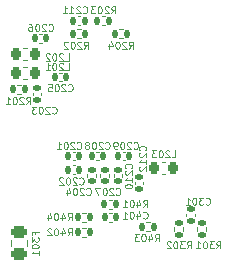
<source format=gbr>
%TF.GenerationSoftware,KiCad,Pcbnew,(7.0.0-rc2-153-g7d6218acb4)*%
%TF.CreationDate,2023-02-19T16:48:29+08:00*%
%TF.ProjectId,RAK3172-M.2-2230-Mod,52414b33-3137-4322-9d4d-2e322d323233,rev?*%
%TF.SameCoordinates,Original*%
%TF.FileFunction,Legend,Bot*%
%TF.FilePolarity,Positive*%
%FSLAX46Y46*%
G04 Gerber Fmt 4.6, Leading zero omitted, Abs format (unit mm)*
G04 Created by KiCad (PCBNEW (7.0.0-rc2-153-g7d6218acb4)) date 2023-02-19 16:48:29*
%MOMM*%
%LPD*%
G01*
G04 APERTURE LIST*
G04 Aperture macros list*
%AMRoundRect*
0 Rectangle with rounded corners*
0 $1 Rounding radius*
0 $2 $3 $4 $5 $6 $7 $8 $9 X,Y pos of 4 corners*
0 Add a 4 corners polygon primitive as box body*
4,1,4,$2,$3,$4,$5,$6,$7,$8,$9,$2,$3,0*
0 Add four circle primitives for the rounded corners*
1,1,$1+$1,$2,$3*
1,1,$1+$1,$4,$5*
1,1,$1+$1,$6,$7*
1,1,$1+$1,$8,$9*
0 Add four rect primitives between the rounded corners*
20,1,$1+$1,$2,$3,$4,$5,0*
20,1,$1+$1,$4,$5,$6,$7,0*
20,1,$1+$1,$6,$7,$8,$9,0*
20,1,$1+$1,$8,$9,$2,$3,0*%
G04 Aperture macros list end*
%ADD10C,0.100000*%
%ADD11C,0.120000*%
%ADD12C,0.990600*%
%ADD13RoundRect,0.243750X0.456250X-0.243750X0.456250X0.243750X-0.456250X0.243750X-0.456250X-0.243750X0*%
%ADD14C,2.600000*%
%ADD15C,3.800000*%
%ADD16RoundRect,0.140000X0.140000X0.170000X-0.140000X0.170000X-0.140000X-0.170000X0.140000X-0.170000X0*%
%ADD17C,0.800000*%
%ADD18RoundRect,0.140000X-0.140000X-0.170000X0.140000X-0.170000X0.140000X0.170000X-0.140000X0.170000X0*%
%ADD19RoundRect,0.135000X-0.185000X0.135000X-0.185000X-0.135000X0.185000X-0.135000X0.185000X0.135000X0*%
%ADD20RoundRect,0.135000X0.135000X0.185000X-0.135000X0.185000X-0.135000X-0.185000X0.135000X-0.185000X0*%
%ADD21RoundRect,0.140000X-0.170000X0.140000X-0.170000X-0.140000X0.170000X-0.140000X0.170000X0.140000X0*%
%ADD22RoundRect,0.218750X0.218750X0.256250X-0.218750X0.256250X-0.218750X-0.256250X0.218750X-0.256250X0*%
%ADD23RoundRect,0.135000X-0.135000X-0.185000X0.135000X-0.185000X0.135000X0.185000X-0.135000X0.185000X0*%
G04 APERTURE END LIST*
D10*
%TO.C,F301*%
X141556142Y-104403571D02*
X141556142Y-104203571D01*
X141870428Y-104203571D02*
X141270428Y-104203571D01*
X141270428Y-104203571D02*
X141270428Y-104489285D01*
X141270428Y-104660714D02*
X141270428Y-105032142D01*
X141270428Y-105032142D02*
X141499000Y-104832142D01*
X141499000Y-104832142D02*
X141499000Y-104917857D01*
X141499000Y-104917857D02*
X141527571Y-104975000D01*
X141527571Y-104975000D02*
X141556142Y-105003571D01*
X141556142Y-105003571D02*
X141613285Y-105032142D01*
X141613285Y-105032142D02*
X141756142Y-105032142D01*
X141756142Y-105032142D02*
X141813285Y-105003571D01*
X141813285Y-105003571D02*
X141841857Y-104975000D01*
X141841857Y-104975000D02*
X141870428Y-104917857D01*
X141870428Y-104917857D02*
X141870428Y-104746428D01*
X141870428Y-104746428D02*
X141841857Y-104689285D01*
X141841857Y-104689285D02*
X141813285Y-104660714D01*
X141270428Y-105403571D02*
X141270428Y-105460714D01*
X141270428Y-105460714D02*
X141299000Y-105517857D01*
X141299000Y-105517857D02*
X141327571Y-105546429D01*
X141327571Y-105546429D02*
X141384714Y-105575000D01*
X141384714Y-105575000D02*
X141499000Y-105603571D01*
X141499000Y-105603571D02*
X141641857Y-105603571D01*
X141641857Y-105603571D02*
X141756142Y-105575000D01*
X141756142Y-105575000D02*
X141813285Y-105546429D01*
X141813285Y-105546429D02*
X141841857Y-105517857D01*
X141841857Y-105517857D02*
X141870428Y-105460714D01*
X141870428Y-105460714D02*
X141870428Y-105403571D01*
X141870428Y-105403571D02*
X141841857Y-105346429D01*
X141841857Y-105346429D02*
X141813285Y-105317857D01*
X141813285Y-105317857D02*
X141756142Y-105289286D01*
X141756142Y-105289286D02*
X141641857Y-105260714D01*
X141641857Y-105260714D02*
X141499000Y-105260714D01*
X141499000Y-105260714D02*
X141384714Y-105289286D01*
X141384714Y-105289286D02*
X141327571Y-105317857D01*
X141327571Y-105317857D02*
X141299000Y-105346429D01*
X141299000Y-105346429D02*
X141270428Y-105403571D01*
X141870428Y-106175000D02*
X141870428Y-105832143D01*
X141870428Y-106003572D02*
X141270428Y-106003572D01*
X141270428Y-106003572D02*
X141356142Y-105946429D01*
X141356142Y-105946429D02*
X141413285Y-105889286D01*
X141413285Y-105889286D02*
X141441857Y-105832143D01*
%TO.C,C202*%
X145321428Y-100138285D02*
X145350000Y-100166857D01*
X145350000Y-100166857D02*
X145435714Y-100195428D01*
X145435714Y-100195428D02*
X145492857Y-100195428D01*
X145492857Y-100195428D02*
X145578571Y-100166857D01*
X145578571Y-100166857D02*
X145635714Y-100109714D01*
X145635714Y-100109714D02*
X145664285Y-100052571D01*
X145664285Y-100052571D02*
X145692857Y-99938285D01*
X145692857Y-99938285D02*
X145692857Y-99852571D01*
X145692857Y-99852571D02*
X145664285Y-99738285D01*
X145664285Y-99738285D02*
X145635714Y-99681142D01*
X145635714Y-99681142D02*
X145578571Y-99624000D01*
X145578571Y-99624000D02*
X145492857Y-99595428D01*
X145492857Y-99595428D02*
X145435714Y-99595428D01*
X145435714Y-99595428D02*
X145350000Y-99624000D01*
X145350000Y-99624000D02*
X145321428Y-99652571D01*
X145092857Y-99652571D02*
X145064285Y-99624000D01*
X145064285Y-99624000D02*
X145007143Y-99595428D01*
X145007143Y-99595428D02*
X144864285Y-99595428D01*
X144864285Y-99595428D02*
X144807143Y-99624000D01*
X144807143Y-99624000D02*
X144778571Y-99652571D01*
X144778571Y-99652571D02*
X144750000Y-99709714D01*
X144750000Y-99709714D02*
X144750000Y-99766857D01*
X144750000Y-99766857D02*
X144778571Y-99852571D01*
X144778571Y-99852571D02*
X145121428Y-100195428D01*
X145121428Y-100195428D02*
X144750000Y-100195428D01*
X144378571Y-99595428D02*
X144321428Y-99595428D01*
X144321428Y-99595428D02*
X144264285Y-99624000D01*
X144264285Y-99624000D02*
X144235714Y-99652571D01*
X144235714Y-99652571D02*
X144207142Y-99709714D01*
X144207142Y-99709714D02*
X144178571Y-99824000D01*
X144178571Y-99824000D02*
X144178571Y-99966857D01*
X144178571Y-99966857D02*
X144207142Y-100081142D01*
X144207142Y-100081142D02*
X144235714Y-100138285D01*
X144235714Y-100138285D02*
X144264285Y-100166857D01*
X144264285Y-100166857D02*
X144321428Y-100195428D01*
X144321428Y-100195428D02*
X144378571Y-100195428D01*
X144378571Y-100195428D02*
X144435714Y-100166857D01*
X144435714Y-100166857D02*
X144464285Y-100138285D01*
X144464285Y-100138285D02*
X144492856Y-100081142D01*
X144492856Y-100081142D02*
X144521428Y-99966857D01*
X144521428Y-99966857D02*
X144521428Y-99824000D01*
X144521428Y-99824000D02*
X144492856Y-99709714D01*
X144492856Y-99709714D02*
X144464285Y-99652571D01*
X144464285Y-99652571D02*
X144435714Y-99624000D01*
X144435714Y-99624000D02*
X144378571Y-99595428D01*
X143949999Y-99652571D02*
X143921427Y-99624000D01*
X143921427Y-99624000D02*
X143864285Y-99595428D01*
X143864285Y-99595428D02*
X143721427Y-99595428D01*
X143721427Y-99595428D02*
X143664285Y-99624000D01*
X143664285Y-99624000D02*
X143635713Y-99652571D01*
X143635713Y-99652571D02*
X143607142Y-99709714D01*
X143607142Y-99709714D02*
X143607142Y-99766857D01*
X143607142Y-99766857D02*
X143635713Y-99852571D01*
X143635713Y-99852571D02*
X143978570Y-100195428D01*
X143978570Y-100195428D02*
X143607142Y-100195428D01*
%TO.C,C201*%
X145121428Y-97138285D02*
X145150000Y-97166857D01*
X145150000Y-97166857D02*
X145235714Y-97195428D01*
X145235714Y-97195428D02*
X145292857Y-97195428D01*
X145292857Y-97195428D02*
X145378571Y-97166857D01*
X145378571Y-97166857D02*
X145435714Y-97109714D01*
X145435714Y-97109714D02*
X145464285Y-97052571D01*
X145464285Y-97052571D02*
X145492857Y-96938285D01*
X145492857Y-96938285D02*
X145492857Y-96852571D01*
X145492857Y-96852571D02*
X145464285Y-96738285D01*
X145464285Y-96738285D02*
X145435714Y-96681142D01*
X145435714Y-96681142D02*
X145378571Y-96624000D01*
X145378571Y-96624000D02*
X145292857Y-96595428D01*
X145292857Y-96595428D02*
X145235714Y-96595428D01*
X145235714Y-96595428D02*
X145150000Y-96624000D01*
X145150000Y-96624000D02*
X145121428Y-96652571D01*
X144892857Y-96652571D02*
X144864285Y-96624000D01*
X144864285Y-96624000D02*
X144807143Y-96595428D01*
X144807143Y-96595428D02*
X144664285Y-96595428D01*
X144664285Y-96595428D02*
X144607143Y-96624000D01*
X144607143Y-96624000D02*
X144578571Y-96652571D01*
X144578571Y-96652571D02*
X144550000Y-96709714D01*
X144550000Y-96709714D02*
X144550000Y-96766857D01*
X144550000Y-96766857D02*
X144578571Y-96852571D01*
X144578571Y-96852571D02*
X144921428Y-97195428D01*
X144921428Y-97195428D02*
X144550000Y-97195428D01*
X144178571Y-96595428D02*
X144121428Y-96595428D01*
X144121428Y-96595428D02*
X144064285Y-96624000D01*
X144064285Y-96624000D02*
X144035714Y-96652571D01*
X144035714Y-96652571D02*
X144007142Y-96709714D01*
X144007142Y-96709714D02*
X143978571Y-96824000D01*
X143978571Y-96824000D02*
X143978571Y-96966857D01*
X143978571Y-96966857D02*
X144007142Y-97081142D01*
X144007142Y-97081142D02*
X144035714Y-97138285D01*
X144035714Y-97138285D02*
X144064285Y-97166857D01*
X144064285Y-97166857D02*
X144121428Y-97195428D01*
X144121428Y-97195428D02*
X144178571Y-97195428D01*
X144178571Y-97195428D02*
X144235714Y-97166857D01*
X144235714Y-97166857D02*
X144264285Y-97138285D01*
X144264285Y-97138285D02*
X144292856Y-97081142D01*
X144292856Y-97081142D02*
X144321428Y-96966857D01*
X144321428Y-96966857D02*
X144321428Y-96824000D01*
X144321428Y-96824000D02*
X144292856Y-96709714D01*
X144292856Y-96709714D02*
X144264285Y-96652571D01*
X144264285Y-96652571D02*
X144235714Y-96624000D01*
X144235714Y-96624000D02*
X144178571Y-96595428D01*
X143407142Y-97195428D02*
X143749999Y-97195428D01*
X143578570Y-97195428D02*
X143578570Y-96595428D01*
X143578570Y-96595428D02*
X143635713Y-96681142D01*
X143635713Y-96681142D02*
X143692856Y-96738285D01*
X143692856Y-96738285D02*
X143749999Y-96766857D01*
%TO.C,C206*%
X142721428Y-87138285D02*
X142750000Y-87166857D01*
X142750000Y-87166857D02*
X142835714Y-87195428D01*
X142835714Y-87195428D02*
X142892857Y-87195428D01*
X142892857Y-87195428D02*
X142978571Y-87166857D01*
X142978571Y-87166857D02*
X143035714Y-87109714D01*
X143035714Y-87109714D02*
X143064285Y-87052571D01*
X143064285Y-87052571D02*
X143092857Y-86938285D01*
X143092857Y-86938285D02*
X143092857Y-86852571D01*
X143092857Y-86852571D02*
X143064285Y-86738285D01*
X143064285Y-86738285D02*
X143035714Y-86681142D01*
X143035714Y-86681142D02*
X142978571Y-86624000D01*
X142978571Y-86624000D02*
X142892857Y-86595428D01*
X142892857Y-86595428D02*
X142835714Y-86595428D01*
X142835714Y-86595428D02*
X142750000Y-86624000D01*
X142750000Y-86624000D02*
X142721428Y-86652571D01*
X142492857Y-86652571D02*
X142464285Y-86624000D01*
X142464285Y-86624000D02*
X142407143Y-86595428D01*
X142407143Y-86595428D02*
X142264285Y-86595428D01*
X142264285Y-86595428D02*
X142207143Y-86624000D01*
X142207143Y-86624000D02*
X142178571Y-86652571D01*
X142178571Y-86652571D02*
X142150000Y-86709714D01*
X142150000Y-86709714D02*
X142150000Y-86766857D01*
X142150000Y-86766857D02*
X142178571Y-86852571D01*
X142178571Y-86852571D02*
X142521428Y-87195428D01*
X142521428Y-87195428D02*
X142150000Y-87195428D01*
X141778571Y-86595428D02*
X141721428Y-86595428D01*
X141721428Y-86595428D02*
X141664285Y-86624000D01*
X141664285Y-86624000D02*
X141635714Y-86652571D01*
X141635714Y-86652571D02*
X141607142Y-86709714D01*
X141607142Y-86709714D02*
X141578571Y-86824000D01*
X141578571Y-86824000D02*
X141578571Y-86966857D01*
X141578571Y-86966857D02*
X141607142Y-87081142D01*
X141607142Y-87081142D02*
X141635714Y-87138285D01*
X141635714Y-87138285D02*
X141664285Y-87166857D01*
X141664285Y-87166857D02*
X141721428Y-87195428D01*
X141721428Y-87195428D02*
X141778571Y-87195428D01*
X141778571Y-87195428D02*
X141835714Y-87166857D01*
X141835714Y-87166857D02*
X141864285Y-87138285D01*
X141864285Y-87138285D02*
X141892856Y-87081142D01*
X141892856Y-87081142D02*
X141921428Y-86966857D01*
X141921428Y-86966857D02*
X141921428Y-86824000D01*
X141921428Y-86824000D02*
X141892856Y-86709714D01*
X141892856Y-86709714D02*
X141864285Y-86652571D01*
X141864285Y-86652571D02*
X141835714Y-86624000D01*
X141835714Y-86624000D02*
X141778571Y-86595428D01*
X141064285Y-86595428D02*
X141178570Y-86595428D01*
X141178570Y-86595428D02*
X141235713Y-86624000D01*
X141235713Y-86624000D02*
X141264285Y-86652571D01*
X141264285Y-86652571D02*
X141321427Y-86738285D01*
X141321427Y-86738285D02*
X141349999Y-86852571D01*
X141349999Y-86852571D02*
X141349999Y-87081142D01*
X141349999Y-87081142D02*
X141321427Y-87138285D01*
X141321427Y-87138285D02*
X141292856Y-87166857D01*
X141292856Y-87166857D02*
X141235713Y-87195428D01*
X141235713Y-87195428D02*
X141121427Y-87195428D01*
X141121427Y-87195428D02*
X141064285Y-87166857D01*
X141064285Y-87166857D02*
X141035713Y-87138285D01*
X141035713Y-87138285D02*
X141007142Y-87081142D01*
X141007142Y-87081142D02*
X141007142Y-86938285D01*
X141007142Y-86938285D02*
X141035713Y-86881142D01*
X141035713Y-86881142D02*
X141064285Y-86852571D01*
X141064285Y-86852571D02*
X141121427Y-86824000D01*
X141121427Y-86824000D02*
X141235713Y-86824000D01*
X141235713Y-86824000D02*
X141292856Y-86852571D01*
X141292856Y-86852571D02*
X141321427Y-86881142D01*
X141321427Y-86881142D02*
X141349999Y-86938285D01*
%TO.C,R302*%
X154421428Y-105595428D02*
X154621428Y-105309714D01*
X154764285Y-105595428D02*
X154764285Y-104995428D01*
X154764285Y-104995428D02*
X154535714Y-104995428D01*
X154535714Y-104995428D02*
X154478571Y-105024000D01*
X154478571Y-105024000D02*
X154450000Y-105052571D01*
X154450000Y-105052571D02*
X154421428Y-105109714D01*
X154421428Y-105109714D02*
X154421428Y-105195428D01*
X154421428Y-105195428D02*
X154450000Y-105252571D01*
X154450000Y-105252571D02*
X154478571Y-105281142D01*
X154478571Y-105281142D02*
X154535714Y-105309714D01*
X154535714Y-105309714D02*
X154764285Y-105309714D01*
X154221428Y-104995428D02*
X153850000Y-104995428D01*
X153850000Y-104995428D02*
X154050000Y-105224000D01*
X154050000Y-105224000D02*
X153964285Y-105224000D01*
X153964285Y-105224000D02*
X153907143Y-105252571D01*
X153907143Y-105252571D02*
X153878571Y-105281142D01*
X153878571Y-105281142D02*
X153850000Y-105338285D01*
X153850000Y-105338285D02*
X153850000Y-105481142D01*
X153850000Y-105481142D02*
X153878571Y-105538285D01*
X153878571Y-105538285D02*
X153907143Y-105566857D01*
X153907143Y-105566857D02*
X153964285Y-105595428D01*
X153964285Y-105595428D02*
X154135714Y-105595428D01*
X154135714Y-105595428D02*
X154192857Y-105566857D01*
X154192857Y-105566857D02*
X154221428Y-105538285D01*
X153478571Y-104995428D02*
X153421428Y-104995428D01*
X153421428Y-104995428D02*
X153364285Y-105024000D01*
X153364285Y-105024000D02*
X153335714Y-105052571D01*
X153335714Y-105052571D02*
X153307142Y-105109714D01*
X153307142Y-105109714D02*
X153278571Y-105224000D01*
X153278571Y-105224000D02*
X153278571Y-105366857D01*
X153278571Y-105366857D02*
X153307142Y-105481142D01*
X153307142Y-105481142D02*
X153335714Y-105538285D01*
X153335714Y-105538285D02*
X153364285Y-105566857D01*
X153364285Y-105566857D02*
X153421428Y-105595428D01*
X153421428Y-105595428D02*
X153478571Y-105595428D01*
X153478571Y-105595428D02*
X153535714Y-105566857D01*
X153535714Y-105566857D02*
X153564285Y-105538285D01*
X153564285Y-105538285D02*
X153592856Y-105481142D01*
X153592856Y-105481142D02*
X153621428Y-105366857D01*
X153621428Y-105366857D02*
X153621428Y-105224000D01*
X153621428Y-105224000D02*
X153592856Y-105109714D01*
X153592856Y-105109714D02*
X153564285Y-105052571D01*
X153564285Y-105052571D02*
X153535714Y-105024000D01*
X153535714Y-105024000D02*
X153478571Y-104995428D01*
X153049999Y-105052571D02*
X153021427Y-105024000D01*
X153021427Y-105024000D02*
X152964285Y-104995428D01*
X152964285Y-104995428D02*
X152821427Y-104995428D01*
X152821427Y-104995428D02*
X152764285Y-105024000D01*
X152764285Y-105024000D02*
X152735713Y-105052571D01*
X152735713Y-105052571D02*
X152707142Y-105109714D01*
X152707142Y-105109714D02*
X152707142Y-105166857D01*
X152707142Y-105166857D02*
X152735713Y-105252571D01*
X152735713Y-105252571D02*
X153078570Y-105595428D01*
X153078570Y-105595428D02*
X152707142Y-105595428D01*
%TO.C,C401*%
X150721428Y-103038285D02*
X150750000Y-103066857D01*
X150750000Y-103066857D02*
X150835714Y-103095428D01*
X150835714Y-103095428D02*
X150892857Y-103095428D01*
X150892857Y-103095428D02*
X150978571Y-103066857D01*
X150978571Y-103066857D02*
X151035714Y-103009714D01*
X151035714Y-103009714D02*
X151064285Y-102952571D01*
X151064285Y-102952571D02*
X151092857Y-102838285D01*
X151092857Y-102838285D02*
X151092857Y-102752571D01*
X151092857Y-102752571D02*
X151064285Y-102638285D01*
X151064285Y-102638285D02*
X151035714Y-102581142D01*
X151035714Y-102581142D02*
X150978571Y-102524000D01*
X150978571Y-102524000D02*
X150892857Y-102495428D01*
X150892857Y-102495428D02*
X150835714Y-102495428D01*
X150835714Y-102495428D02*
X150750000Y-102524000D01*
X150750000Y-102524000D02*
X150721428Y-102552571D01*
X150207143Y-102695428D02*
X150207143Y-103095428D01*
X150350000Y-102466857D02*
X150492857Y-102895428D01*
X150492857Y-102895428D02*
X150121428Y-102895428D01*
X149778571Y-102495428D02*
X149721428Y-102495428D01*
X149721428Y-102495428D02*
X149664285Y-102524000D01*
X149664285Y-102524000D02*
X149635714Y-102552571D01*
X149635714Y-102552571D02*
X149607142Y-102609714D01*
X149607142Y-102609714D02*
X149578571Y-102724000D01*
X149578571Y-102724000D02*
X149578571Y-102866857D01*
X149578571Y-102866857D02*
X149607142Y-102981142D01*
X149607142Y-102981142D02*
X149635714Y-103038285D01*
X149635714Y-103038285D02*
X149664285Y-103066857D01*
X149664285Y-103066857D02*
X149721428Y-103095428D01*
X149721428Y-103095428D02*
X149778571Y-103095428D01*
X149778571Y-103095428D02*
X149835714Y-103066857D01*
X149835714Y-103066857D02*
X149864285Y-103038285D01*
X149864285Y-103038285D02*
X149892856Y-102981142D01*
X149892856Y-102981142D02*
X149921428Y-102866857D01*
X149921428Y-102866857D02*
X149921428Y-102724000D01*
X149921428Y-102724000D02*
X149892856Y-102609714D01*
X149892856Y-102609714D02*
X149864285Y-102552571D01*
X149864285Y-102552571D02*
X149835714Y-102524000D01*
X149835714Y-102524000D02*
X149778571Y-102495428D01*
X149007142Y-103095428D02*
X149349999Y-103095428D01*
X149178570Y-103095428D02*
X149178570Y-102495428D01*
X149178570Y-102495428D02*
X149235713Y-102581142D01*
X149235713Y-102581142D02*
X149292856Y-102638285D01*
X149292856Y-102638285D02*
X149349999Y-102666857D01*
%TO.C,R403*%
X151721428Y-104995428D02*
X151921428Y-104709714D01*
X152064285Y-104995428D02*
X152064285Y-104395428D01*
X152064285Y-104395428D02*
X151835714Y-104395428D01*
X151835714Y-104395428D02*
X151778571Y-104424000D01*
X151778571Y-104424000D02*
X151750000Y-104452571D01*
X151750000Y-104452571D02*
X151721428Y-104509714D01*
X151721428Y-104509714D02*
X151721428Y-104595428D01*
X151721428Y-104595428D02*
X151750000Y-104652571D01*
X151750000Y-104652571D02*
X151778571Y-104681142D01*
X151778571Y-104681142D02*
X151835714Y-104709714D01*
X151835714Y-104709714D02*
X152064285Y-104709714D01*
X151207143Y-104595428D02*
X151207143Y-104995428D01*
X151350000Y-104366857D02*
X151492857Y-104795428D01*
X151492857Y-104795428D02*
X151121428Y-104795428D01*
X150778571Y-104395428D02*
X150721428Y-104395428D01*
X150721428Y-104395428D02*
X150664285Y-104424000D01*
X150664285Y-104424000D02*
X150635714Y-104452571D01*
X150635714Y-104452571D02*
X150607142Y-104509714D01*
X150607142Y-104509714D02*
X150578571Y-104624000D01*
X150578571Y-104624000D02*
X150578571Y-104766857D01*
X150578571Y-104766857D02*
X150607142Y-104881142D01*
X150607142Y-104881142D02*
X150635714Y-104938285D01*
X150635714Y-104938285D02*
X150664285Y-104966857D01*
X150664285Y-104966857D02*
X150721428Y-104995428D01*
X150721428Y-104995428D02*
X150778571Y-104995428D01*
X150778571Y-104995428D02*
X150835714Y-104966857D01*
X150835714Y-104966857D02*
X150864285Y-104938285D01*
X150864285Y-104938285D02*
X150892856Y-104881142D01*
X150892856Y-104881142D02*
X150921428Y-104766857D01*
X150921428Y-104766857D02*
X150921428Y-104624000D01*
X150921428Y-104624000D02*
X150892856Y-104509714D01*
X150892856Y-104509714D02*
X150864285Y-104452571D01*
X150864285Y-104452571D02*
X150835714Y-104424000D01*
X150835714Y-104424000D02*
X150778571Y-104395428D01*
X150378570Y-104395428D02*
X150007142Y-104395428D01*
X150007142Y-104395428D02*
X150207142Y-104624000D01*
X150207142Y-104624000D02*
X150121427Y-104624000D01*
X150121427Y-104624000D02*
X150064285Y-104652571D01*
X150064285Y-104652571D02*
X150035713Y-104681142D01*
X150035713Y-104681142D02*
X150007142Y-104738285D01*
X150007142Y-104738285D02*
X150007142Y-104881142D01*
X150007142Y-104881142D02*
X150035713Y-104938285D01*
X150035713Y-104938285D02*
X150064285Y-104966857D01*
X150064285Y-104966857D02*
X150121427Y-104995428D01*
X150121427Y-104995428D02*
X150292856Y-104995428D01*
X150292856Y-104995428D02*
X150349999Y-104966857D01*
X150349999Y-104966857D02*
X150378570Y-104938285D01*
%TO.C,R202*%
X145721428Y-88695428D02*
X145921428Y-88409714D01*
X146064285Y-88695428D02*
X146064285Y-88095428D01*
X146064285Y-88095428D02*
X145835714Y-88095428D01*
X145835714Y-88095428D02*
X145778571Y-88124000D01*
X145778571Y-88124000D02*
X145750000Y-88152571D01*
X145750000Y-88152571D02*
X145721428Y-88209714D01*
X145721428Y-88209714D02*
X145721428Y-88295428D01*
X145721428Y-88295428D02*
X145750000Y-88352571D01*
X145750000Y-88352571D02*
X145778571Y-88381142D01*
X145778571Y-88381142D02*
X145835714Y-88409714D01*
X145835714Y-88409714D02*
X146064285Y-88409714D01*
X145492857Y-88152571D02*
X145464285Y-88124000D01*
X145464285Y-88124000D02*
X145407143Y-88095428D01*
X145407143Y-88095428D02*
X145264285Y-88095428D01*
X145264285Y-88095428D02*
X145207143Y-88124000D01*
X145207143Y-88124000D02*
X145178571Y-88152571D01*
X145178571Y-88152571D02*
X145150000Y-88209714D01*
X145150000Y-88209714D02*
X145150000Y-88266857D01*
X145150000Y-88266857D02*
X145178571Y-88352571D01*
X145178571Y-88352571D02*
X145521428Y-88695428D01*
X145521428Y-88695428D02*
X145150000Y-88695428D01*
X144778571Y-88095428D02*
X144721428Y-88095428D01*
X144721428Y-88095428D02*
X144664285Y-88124000D01*
X144664285Y-88124000D02*
X144635714Y-88152571D01*
X144635714Y-88152571D02*
X144607142Y-88209714D01*
X144607142Y-88209714D02*
X144578571Y-88324000D01*
X144578571Y-88324000D02*
X144578571Y-88466857D01*
X144578571Y-88466857D02*
X144607142Y-88581142D01*
X144607142Y-88581142D02*
X144635714Y-88638285D01*
X144635714Y-88638285D02*
X144664285Y-88666857D01*
X144664285Y-88666857D02*
X144721428Y-88695428D01*
X144721428Y-88695428D02*
X144778571Y-88695428D01*
X144778571Y-88695428D02*
X144835714Y-88666857D01*
X144835714Y-88666857D02*
X144864285Y-88638285D01*
X144864285Y-88638285D02*
X144892856Y-88581142D01*
X144892856Y-88581142D02*
X144921428Y-88466857D01*
X144921428Y-88466857D02*
X144921428Y-88324000D01*
X144921428Y-88324000D02*
X144892856Y-88209714D01*
X144892856Y-88209714D02*
X144864285Y-88152571D01*
X144864285Y-88152571D02*
X144835714Y-88124000D01*
X144835714Y-88124000D02*
X144778571Y-88095428D01*
X144349999Y-88152571D02*
X144321427Y-88124000D01*
X144321427Y-88124000D02*
X144264285Y-88095428D01*
X144264285Y-88095428D02*
X144121427Y-88095428D01*
X144121427Y-88095428D02*
X144064285Y-88124000D01*
X144064285Y-88124000D02*
X144035713Y-88152571D01*
X144035713Y-88152571D02*
X144007142Y-88209714D01*
X144007142Y-88209714D02*
X144007142Y-88266857D01*
X144007142Y-88266857D02*
X144035713Y-88352571D01*
X144035713Y-88352571D02*
X144378570Y-88695428D01*
X144378570Y-88695428D02*
X144007142Y-88695428D01*
%TO.C,C203*%
X143021428Y-94138285D02*
X143050000Y-94166857D01*
X143050000Y-94166857D02*
X143135714Y-94195428D01*
X143135714Y-94195428D02*
X143192857Y-94195428D01*
X143192857Y-94195428D02*
X143278571Y-94166857D01*
X143278571Y-94166857D02*
X143335714Y-94109714D01*
X143335714Y-94109714D02*
X143364285Y-94052571D01*
X143364285Y-94052571D02*
X143392857Y-93938285D01*
X143392857Y-93938285D02*
X143392857Y-93852571D01*
X143392857Y-93852571D02*
X143364285Y-93738285D01*
X143364285Y-93738285D02*
X143335714Y-93681142D01*
X143335714Y-93681142D02*
X143278571Y-93624000D01*
X143278571Y-93624000D02*
X143192857Y-93595428D01*
X143192857Y-93595428D02*
X143135714Y-93595428D01*
X143135714Y-93595428D02*
X143050000Y-93624000D01*
X143050000Y-93624000D02*
X143021428Y-93652571D01*
X142792857Y-93652571D02*
X142764285Y-93624000D01*
X142764285Y-93624000D02*
X142707143Y-93595428D01*
X142707143Y-93595428D02*
X142564285Y-93595428D01*
X142564285Y-93595428D02*
X142507143Y-93624000D01*
X142507143Y-93624000D02*
X142478571Y-93652571D01*
X142478571Y-93652571D02*
X142450000Y-93709714D01*
X142450000Y-93709714D02*
X142450000Y-93766857D01*
X142450000Y-93766857D02*
X142478571Y-93852571D01*
X142478571Y-93852571D02*
X142821428Y-94195428D01*
X142821428Y-94195428D02*
X142450000Y-94195428D01*
X142078571Y-93595428D02*
X142021428Y-93595428D01*
X142021428Y-93595428D02*
X141964285Y-93624000D01*
X141964285Y-93624000D02*
X141935714Y-93652571D01*
X141935714Y-93652571D02*
X141907142Y-93709714D01*
X141907142Y-93709714D02*
X141878571Y-93824000D01*
X141878571Y-93824000D02*
X141878571Y-93966857D01*
X141878571Y-93966857D02*
X141907142Y-94081142D01*
X141907142Y-94081142D02*
X141935714Y-94138285D01*
X141935714Y-94138285D02*
X141964285Y-94166857D01*
X141964285Y-94166857D02*
X142021428Y-94195428D01*
X142021428Y-94195428D02*
X142078571Y-94195428D01*
X142078571Y-94195428D02*
X142135714Y-94166857D01*
X142135714Y-94166857D02*
X142164285Y-94138285D01*
X142164285Y-94138285D02*
X142192856Y-94081142D01*
X142192856Y-94081142D02*
X142221428Y-93966857D01*
X142221428Y-93966857D02*
X142221428Y-93824000D01*
X142221428Y-93824000D02*
X142192856Y-93709714D01*
X142192856Y-93709714D02*
X142164285Y-93652571D01*
X142164285Y-93652571D02*
X142135714Y-93624000D01*
X142135714Y-93624000D02*
X142078571Y-93595428D01*
X141678570Y-93595428D02*
X141307142Y-93595428D01*
X141307142Y-93595428D02*
X141507142Y-93824000D01*
X141507142Y-93824000D02*
X141421427Y-93824000D01*
X141421427Y-93824000D02*
X141364285Y-93852571D01*
X141364285Y-93852571D02*
X141335713Y-93881142D01*
X141335713Y-93881142D02*
X141307142Y-93938285D01*
X141307142Y-93938285D02*
X141307142Y-94081142D01*
X141307142Y-94081142D02*
X141335713Y-94138285D01*
X141335713Y-94138285D02*
X141364285Y-94166857D01*
X141364285Y-94166857D02*
X141421427Y-94195428D01*
X141421427Y-94195428D02*
X141592856Y-94195428D01*
X141592856Y-94195428D02*
X141649999Y-94166857D01*
X141649999Y-94166857D02*
X141678570Y-94138285D01*
%TO.C,R203*%
X148021428Y-85695428D02*
X148221428Y-85409714D01*
X148364285Y-85695428D02*
X148364285Y-85095428D01*
X148364285Y-85095428D02*
X148135714Y-85095428D01*
X148135714Y-85095428D02*
X148078571Y-85124000D01*
X148078571Y-85124000D02*
X148050000Y-85152571D01*
X148050000Y-85152571D02*
X148021428Y-85209714D01*
X148021428Y-85209714D02*
X148021428Y-85295428D01*
X148021428Y-85295428D02*
X148050000Y-85352571D01*
X148050000Y-85352571D02*
X148078571Y-85381142D01*
X148078571Y-85381142D02*
X148135714Y-85409714D01*
X148135714Y-85409714D02*
X148364285Y-85409714D01*
X147792857Y-85152571D02*
X147764285Y-85124000D01*
X147764285Y-85124000D02*
X147707143Y-85095428D01*
X147707143Y-85095428D02*
X147564285Y-85095428D01*
X147564285Y-85095428D02*
X147507143Y-85124000D01*
X147507143Y-85124000D02*
X147478571Y-85152571D01*
X147478571Y-85152571D02*
X147450000Y-85209714D01*
X147450000Y-85209714D02*
X147450000Y-85266857D01*
X147450000Y-85266857D02*
X147478571Y-85352571D01*
X147478571Y-85352571D02*
X147821428Y-85695428D01*
X147821428Y-85695428D02*
X147450000Y-85695428D01*
X147078571Y-85095428D02*
X147021428Y-85095428D01*
X147021428Y-85095428D02*
X146964285Y-85124000D01*
X146964285Y-85124000D02*
X146935714Y-85152571D01*
X146935714Y-85152571D02*
X146907142Y-85209714D01*
X146907142Y-85209714D02*
X146878571Y-85324000D01*
X146878571Y-85324000D02*
X146878571Y-85466857D01*
X146878571Y-85466857D02*
X146907142Y-85581142D01*
X146907142Y-85581142D02*
X146935714Y-85638285D01*
X146935714Y-85638285D02*
X146964285Y-85666857D01*
X146964285Y-85666857D02*
X147021428Y-85695428D01*
X147021428Y-85695428D02*
X147078571Y-85695428D01*
X147078571Y-85695428D02*
X147135714Y-85666857D01*
X147135714Y-85666857D02*
X147164285Y-85638285D01*
X147164285Y-85638285D02*
X147192856Y-85581142D01*
X147192856Y-85581142D02*
X147221428Y-85466857D01*
X147221428Y-85466857D02*
X147221428Y-85324000D01*
X147221428Y-85324000D02*
X147192856Y-85209714D01*
X147192856Y-85209714D02*
X147164285Y-85152571D01*
X147164285Y-85152571D02*
X147135714Y-85124000D01*
X147135714Y-85124000D02*
X147078571Y-85095428D01*
X146678570Y-85095428D02*
X146307142Y-85095428D01*
X146307142Y-85095428D02*
X146507142Y-85324000D01*
X146507142Y-85324000D02*
X146421427Y-85324000D01*
X146421427Y-85324000D02*
X146364285Y-85352571D01*
X146364285Y-85352571D02*
X146335713Y-85381142D01*
X146335713Y-85381142D02*
X146307142Y-85438285D01*
X146307142Y-85438285D02*
X146307142Y-85581142D01*
X146307142Y-85581142D02*
X146335713Y-85638285D01*
X146335713Y-85638285D02*
X146364285Y-85666857D01*
X146364285Y-85666857D02*
X146421427Y-85695428D01*
X146421427Y-85695428D02*
X146592856Y-85695428D01*
X146592856Y-85695428D02*
X146649999Y-85666857D01*
X146649999Y-85666857D02*
X146678570Y-85638285D01*
%TO.C,C301*%
X156021428Y-101838285D02*
X156050000Y-101866857D01*
X156050000Y-101866857D02*
X156135714Y-101895428D01*
X156135714Y-101895428D02*
X156192857Y-101895428D01*
X156192857Y-101895428D02*
X156278571Y-101866857D01*
X156278571Y-101866857D02*
X156335714Y-101809714D01*
X156335714Y-101809714D02*
X156364285Y-101752571D01*
X156364285Y-101752571D02*
X156392857Y-101638285D01*
X156392857Y-101638285D02*
X156392857Y-101552571D01*
X156392857Y-101552571D02*
X156364285Y-101438285D01*
X156364285Y-101438285D02*
X156335714Y-101381142D01*
X156335714Y-101381142D02*
X156278571Y-101324000D01*
X156278571Y-101324000D02*
X156192857Y-101295428D01*
X156192857Y-101295428D02*
X156135714Y-101295428D01*
X156135714Y-101295428D02*
X156050000Y-101324000D01*
X156050000Y-101324000D02*
X156021428Y-101352571D01*
X155821428Y-101295428D02*
X155450000Y-101295428D01*
X155450000Y-101295428D02*
X155650000Y-101524000D01*
X155650000Y-101524000D02*
X155564285Y-101524000D01*
X155564285Y-101524000D02*
X155507143Y-101552571D01*
X155507143Y-101552571D02*
X155478571Y-101581142D01*
X155478571Y-101581142D02*
X155450000Y-101638285D01*
X155450000Y-101638285D02*
X155450000Y-101781142D01*
X155450000Y-101781142D02*
X155478571Y-101838285D01*
X155478571Y-101838285D02*
X155507143Y-101866857D01*
X155507143Y-101866857D02*
X155564285Y-101895428D01*
X155564285Y-101895428D02*
X155735714Y-101895428D01*
X155735714Y-101895428D02*
X155792857Y-101866857D01*
X155792857Y-101866857D02*
X155821428Y-101838285D01*
X155078571Y-101295428D02*
X155021428Y-101295428D01*
X155021428Y-101295428D02*
X154964285Y-101324000D01*
X154964285Y-101324000D02*
X154935714Y-101352571D01*
X154935714Y-101352571D02*
X154907142Y-101409714D01*
X154907142Y-101409714D02*
X154878571Y-101524000D01*
X154878571Y-101524000D02*
X154878571Y-101666857D01*
X154878571Y-101666857D02*
X154907142Y-101781142D01*
X154907142Y-101781142D02*
X154935714Y-101838285D01*
X154935714Y-101838285D02*
X154964285Y-101866857D01*
X154964285Y-101866857D02*
X155021428Y-101895428D01*
X155021428Y-101895428D02*
X155078571Y-101895428D01*
X155078571Y-101895428D02*
X155135714Y-101866857D01*
X155135714Y-101866857D02*
X155164285Y-101838285D01*
X155164285Y-101838285D02*
X155192856Y-101781142D01*
X155192856Y-101781142D02*
X155221428Y-101666857D01*
X155221428Y-101666857D02*
X155221428Y-101524000D01*
X155221428Y-101524000D02*
X155192856Y-101409714D01*
X155192856Y-101409714D02*
X155164285Y-101352571D01*
X155164285Y-101352571D02*
X155135714Y-101324000D01*
X155135714Y-101324000D02*
X155078571Y-101295428D01*
X154307142Y-101895428D02*
X154649999Y-101895428D01*
X154478570Y-101895428D02*
X154478570Y-101295428D01*
X154478570Y-101295428D02*
X154535713Y-101381142D01*
X154535713Y-101381142D02*
X154592856Y-101438285D01*
X154592856Y-101438285D02*
X154649999Y-101466857D01*
%TO.C,C211*%
X145621428Y-85638285D02*
X145650000Y-85666857D01*
X145650000Y-85666857D02*
X145735714Y-85695428D01*
X145735714Y-85695428D02*
X145792857Y-85695428D01*
X145792857Y-85695428D02*
X145878571Y-85666857D01*
X145878571Y-85666857D02*
X145935714Y-85609714D01*
X145935714Y-85609714D02*
X145964285Y-85552571D01*
X145964285Y-85552571D02*
X145992857Y-85438285D01*
X145992857Y-85438285D02*
X145992857Y-85352571D01*
X145992857Y-85352571D02*
X145964285Y-85238285D01*
X145964285Y-85238285D02*
X145935714Y-85181142D01*
X145935714Y-85181142D02*
X145878571Y-85124000D01*
X145878571Y-85124000D02*
X145792857Y-85095428D01*
X145792857Y-85095428D02*
X145735714Y-85095428D01*
X145735714Y-85095428D02*
X145650000Y-85124000D01*
X145650000Y-85124000D02*
X145621428Y-85152571D01*
X145392857Y-85152571D02*
X145364285Y-85124000D01*
X145364285Y-85124000D02*
X145307143Y-85095428D01*
X145307143Y-85095428D02*
X145164285Y-85095428D01*
X145164285Y-85095428D02*
X145107143Y-85124000D01*
X145107143Y-85124000D02*
X145078571Y-85152571D01*
X145078571Y-85152571D02*
X145050000Y-85209714D01*
X145050000Y-85209714D02*
X145050000Y-85266857D01*
X145050000Y-85266857D02*
X145078571Y-85352571D01*
X145078571Y-85352571D02*
X145421428Y-85695428D01*
X145421428Y-85695428D02*
X145050000Y-85695428D01*
X144478571Y-85695428D02*
X144821428Y-85695428D01*
X144649999Y-85695428D02*
X144649999Y-85095428D01*
X144649999Y-85095428D02*
X144707142Y-85181142D01*
X144707142Y-85181142D02*
X144764285Y-85238285D01*
X144764285Y-85238285D02*
X144821428Y-85266857D01*
X143907142Y-85695428D02*
X144249999Y-85695428D01*
X144078570Y-85695428D02*
X144078570Y-85095428D01*
X144078570Y-85095428D02*
X144135713Y-85181142D01*
X144135713Y-85181142D02*
X144192856Y-85238285D01*
X144192856Y-85238285D02*
X144249999Y-85266857D01*
%TO.C,L203*%
X153121428Y-97895428D02*
X153407142Y-97895428D01*
X153407142Y-97895428D02*
X153407142Y-97295428D01*
X152950000Y-97352571D02*
X152921428Y-97324000D01*
X152921428Y-97324000D02*
X152864286Y-97295428D01*
X152864286Y-97295428D02*
X152721428Y-97295428D01*
X152721428Y-97295428D02*
X152664286Y-97324000D01*
X152664286Y-97324000D02*
X152635714Y-97352571D01*
X152635714Y-97352571D02*
X152607143Y-97409714D01*
X152607143Y-97409714D02*
X152607143Y-97466857D01*
X152607143Y-97466857D02*
X152635714Y-97552571D01*
X152635714Y-97552571D02*
X152978571Y-97895428D01*
X152978571Y-97895428D02*
X152607143Y-97895428D01*
X152235714Y-97295428D02*
X152178571Y-97295428D01*
X152178571Y-97295428D02*
X152121428Y-97324000D01*
X152121428Y-97324000D02*
X152092857Y-97352571D01*
X152092857Y-97352571D02*
X152064285Y-97409714D01*
X152064285Y-97409714D02*
X152035714Y-97524000D01*
X152035714Y-97524000D02*
X152035714Y-97666857D01*
X152035714Y-97666857D02*
X152064285Y-97781142D01*
X152064285Y-97781142D02*
X152092857Y-97838285D01*
X152092857Y-97838285D02*
X152121428Y-97866857D01*
X152121428Y-97866857D02*
X152178571Y-97895428D01*
X152178571Y-97895428D02*
X152235714Y-97895428D01*
X152235714Y-97895428D02*
X152292857Y-97866857D01*
X152292857Y-97866857D02*
X152321428Y-97838285D01*
X152321428Y-97838285D02*
X152349999Y-97781142D01*
X152349999Y-97781142D02*
X152378571Y-97666857D01*
X152378571Y-97666857D02*
X152378571Y-97524000D01*
X152378571Y-97524000D02*
X152349999Y-97409714D01*
X152349999Y-97409714D02*
X152321428Y-97352571D01*
X152321428Y-97352571D02*
X152292857Y-97324000D01*
X152292857Y-97324000D02*
X152235714Y-97295428D01*
X151835713Y-97295428D02*
X151464285Y-97295428D01*
X151464285Y-97295428D02*
X151664285Y-97524000D01*
X151664285Y-97524000D02*
X151578570Y-97524000D01*
X151578570Y-97524000D02*
X151521428Y-97552571D01*
X151521428Y-97552571D02*
X151492856Y-97581142D01*
X151492856Y-97581142D02*
X151464285Y-97638285D01*
X151464285Y-97638285D02*
X151464285Y-97781142D01*
X151464285Y-97781142D02*
X151492856Y-97838285D01*
X151492856Y-97838285D02*
X151521428Y-97866857D01*
X151521428Y-97866857D02*
X151578570Y-97895428D01*
X151578570Y-97895428D02*
X151749999Y-97895428D01*
X151749999Y-97895428D02*
X151807142Y-97866857D01*
X151807142Y-97866857D02*
X151835713Y-97838285D01*
%TO.C,L202*%
X144121428Y-89695428D02*
X144407142Y-89695428D01*
X144407142Y-89695428D02*
X144407142Y-89095428D01*
X143950000Y-89152571D02*
X143921428Y-89124000D01*
X143921428Y-89124000D02*
X143864286Y-89095428D01*
X143864286Y-89095428D02*
X143721428Y-89095428D01*
X143721428Y-89095428D02*
X143664286Y-89124000D01*
X143664286Y-89124000D02*
X143635714Y-89152571D01*
X143635714Y-89152571D02*
X143607143Y-89209714D01*
X143607143Y-89209714D02*
X143607143Y-89266857D01*
X143607143Y-89266857D02*
X143635714Y-89352571D01*
X143635714Y-89352571D02*
X143978571Y-89695428D01*
X143978571Y-89695428D02*
X143607143Y-89695428D01*
X143235714Y-89095428D02*
X143178571Y-89095428D01*
X143178571Y-89095428D02*
X143121428Y-89124000D01*
X143121428Y-89124000D02*
X143092857Y-89152571D01*
X143092857Y-89152571D02*
X143064285Y-89209714D01*
X143064285Y-89209714D02*
X143035714Y-89324000D01*
X143035714Y-89324000D02*
X143035714Y-89466857D01*
X143035714Y-89466857D02*
X143064285Y-89581142D01*
X143064285Y-89581142D02*
X143092857Y-89638285D01*
X143092857Y-89638285D02*
X143121428Y-89666857D01*
X143121428Y-89666857D02*
X143178571Y-89695428D01*
X143178571Y-89695428D02*
X143235714Y-89695428D01*
X143235714Y-89695428D02*
X143292857Y-89666857D01*
X143292857Y-89666857D02*
X143321428Y-89638285D01*
X143321428Y-89638285D02*
X143349999Y-89581142D01*
X143349999Y-89581142D02*
X143378571Y-89466857D01*
X143378571Y-89466857D02*
X143378571Y-89324000D01*
X143378571Y-89324000D02*
X143349999Y-89209714D01*
X143349999Y-89209714D02*
X143321428Y-89152571D01*
X143321428Y-89152571D02*
X143292857Y-89124000D01*
X143292857Y-89124000D02*
X143235714Y-89095428D01*
X142807142Y-89152571D02*
X142778570Y-89124000D01*
X142778570Y-89124000D02*
X142721428Y-89095428D01*
X142721428Y-89095428D02*
X142578570Y-89095428D01*
X142578570Y-89095428D02*
X142521428Y-89124000D01*
X142521428Y-89124000D02*
X142492856Y-89152571D01*
X142492856Y-89152571D02*
X142464285Y-89209714D01*
X142464285Y-89209714D02*
X142464285Y-89266857D01*
X142464285Y-89266857D02*
X142492856Y-89352571D01*
X142492856Y-89352571D02*
X142835713Y-89695428D01*
X142835713Y-89695428D02*
X142464285Y-89695428D01*
%TO.C,C204*%
X145921428Y-101038285D02*
X145950000Y-101066857D01*
X145950000Y-101066857D02*
X146035714Y-101095428D01*
X146035714Y-101095428D02*
X146092857Y-101095428D01*
X146092857Y-101095428D02*
X146178571Y-101066857D01*
X146178571Y-101066857D02*
X146235714Y-101009714D01*
X146235714Y-101009714D02*
X146264285Y-100952571D01*
X146264285Y-100952571D02*
X146292857Y-100838285D01*
X146292857Y-100838285D02*
X146292857Y-100752571D01*
X146292857Y-100752571D02*
X146264285Y-100638285D01*
X146264285Y-100638285D02*
X146235714Y-100581142D01*
X146235714Y-100581142D02*
X146178571Y-100524000D01*
X146178571Y-100524000D02*
X146092857Y-100495428D01*
X146092857Y-100495428D02*
X146035714Y-100495428D01*
X146035714Y-100495428D02*
X145950000Y-100524000D01*
X145950000Y-100524000D02*
X145921428Y-100552571D01*
X145692857Y-100552571D02*
X145664285Y-100524000D01*
X145664285Y-100524000D02*
X145607143Y-100495428D01*
X145607143Y-100495428D02*
X145464285Y-100495428D01*
X145464285Y-100495428D02*
X145407143Y-100524000D01*
X145407143Y-100524000D02*
X145378571Y-100552571D01*
X145378571Y-100552571D02*
X145350000Y-100609714D01*
X145350000Y-100609714D02*
X145350000Y-100666857D01*
X145350000Y-100666857D02*
X145378571Y-100752571D01*
X145378571Y-100752571D02*
X145721428Y-101095428D01*
X145721428Y-101095428D02*
X145350000Y-101095428D01*
X144978571Y-100495428D02*
X144921428Y-100495428D01*
X144921428Y-100495428D02*
X144864285Y-100524000D01*
X144864285Y-100524000D02*
X144835714Y-100552571D01*
X144835714Y-100552571D02*
X144807142Y-100609714D01*
X144807142Y-100609714D02*
X144778571Y-100724000D01*
X144778571Y-100724000D02*
X144778571Y-100866857D01*
X144778571Y-100866857D02*
X144807142Y-100981142D01*
X144807142Y-100981142D02*
X144835714Y-101038285D01*
X144835714Y-101038285D02*
X144864285Y-101066857D01*
X144864285Y-101066857D02*
X144921428Y-101095428D01*
X144921428Y-101095428D02*
X144978571Y-101095428D01*
X144978571Y-101095428D02*
X145035714Y-101066857D01*
X145035714Y-101066857D02*
X145064285Y-101038285D01*
X145064285Y-101038285D02*
X145092856Y-100981142D01*
X145092856Y-100981142D02*
X145121428Y-100866857D01*
X145121428Y-100866857D02*
X145121428Y-100724000D01*
X145121428Y-100724000D02*
X145092856Y-100609714D01*
X145092856Y-100609714D02*
X145064285Y-100552571D01*
X145064285Y-100552571D02*
X145035714Y-100524000D01*
X145035714Y-100524000D02*
X144978571Y-100495428D01*
X144264285Y-100695428D02*
X144264285Y-101095428D01*
X144407142Y-100466857D02*
X144549999Y-100895428D01*
X144549999Y-100895428D02*
X144178570Y-100895428D01*
%TO.C,R301*%
X156921428Y-105595428D02*
X157121428Y-105309714D01*
X157264285Y-105595428D02*
X157264285Y-104995428D01*
X157264285Y-104995428D02*
X157035714Y-104995428D01*
X157035714Y-104995428D02*
X156978571Y-105024000D01*
X156978571Y-105024000D02*
X156950000Y-105052571D01*
X156950000Y-105052571D02*
X156921428Y-105109714D01*
X156921428Y-105109714D02*
X156921428Y-105195428D01*
X156921428Y-105195428D02*
X156950000Y-105252571D01*
X156950000Y-105252571D02*
X156978571Y-105281142D01*
X156978571Y-105281142D02*
X157035714Y-105309714D01*
X157035714Y-105309714D02*
X157264285Y-105309714D01*
X156721428Y-104995428D02*
X156350000Y-104995428D01*
X156350000Y-104995428D02*
X156550000Y-105224000D01*
X156550000Y-105224000D02*
X156464285Y-105224000D01*
X156464285Y-105224000D02*
X156407143Y-105252571D01*
X156407143Y-105252571D02*
X156378571Y-105281142D01*
X156378571Y-105281142D02*
X156350000Y-105338285D01*
X156350000Y-105338285D02*
X156350000Y-105481142D01*
X156350000Y-105481142D02*
X156378571Y-105538285D01*
X156378571Y-105538285D02*
X156407143Y-105566857D01*
X156407143Y-105566857D02*
X156464285Y-105595428D01*
X156464285Y-105595428D02*
X156635714Y-105595428D01*
X156635714Y-105595428D02*
X156692857Y-105566857D01*
X156692857Y-105566857D02*
X156721428Y-105538285D01*
X155978571Y-104995428D02*
X155921428Y-104995428D01*
X155921428Y-104995428D02*
X155864285Y-105024000D01*
X155864285Y-105024000D02*
X155835714Y-105052571D01*
X155835714Y-105052571D02*
X155807142Y-105109714D01*
X155807142Y-105109714D02*
X155778571Y-105224000D01*
X155778571Y-105224000D02*
X155778571Y-105366857D01*
X155778571Y-105366857D02*
X155807142Y-105481142D01*
X155807142Y-105481142D02*
X155835714Y-105538285D01*
X155835714Y-105538285D02*
X155864285Y-105566857D01*
X155864285Y-105566857D02*
X155921428Y-105595428D01*
X155921428Y-105595428D02*
X155978571Y-105595428D01*
X155978571Y-105595428D02*
X156035714Y-105566857D01*
X156035714Y-105566857D02*
X156064285Y-105538285D01*
X156064285Y-105538285D02*
X156092856Y-105481142D01*
X156092856Y-105481142D02*
X156121428Y-105366857D01*
X156121428Y-105366857D02*
X156121428Y-105224000D01*
X156121428Y-105224000D02*
X156092856Y-105109714D01*
X156092856Y-105109714D02*
X156064285Y-105052571D01*
X156064285Y-105052571D02*
X156035714Y-105024000D01*
X156035714Y-105024000D02*
X155978571Y-104995428D01*
X155207142Y-105595428D02*
X155549999Y-105595428D01*
X155378570Y-105595428D02*
X155378570Y-104995428D01*
X155378570Y-104995428D02*
X155435713Y-105081142D01*
X155435713Y-105081142D02*
X155492856Y-105138285D01*
X155492856Y-105138285D02*
X155549999Y-105166857D01*
%TO.C,L201*%
X144121428Y-90495428D02*
X144407142Y-90495428D01*
X144407142Y-90495428D02*
X144407142Y-89895428D01*
X143950000Y-89952571D02*
X143921428Y-89924000D01*
X143921428Y-89924000D02*
X143864286Y-89895428D01*
X143864286Y-89895428D02*
X143721428Y-89895428D01*
X143721428Y-89895428D02*
X143664286Y-89924000D01*
X143664286Y-89924000D02*
X143635714Y-89952571D01*
X143635714Y-89952571D02*
X143607143Y-90009714D01*
X143607143Y-90009714D02*
X143607143Y-90066857D01*
X143607143Y-90066857D02*
X143635714Y-90152571D01*
X143635714Y-90152571D02*
X143978571Y-90495428D01*
X143978571Y-90495428D02*
X143607143Y-90495428D01*
X143235714Y-89895428D02*
X143178571Y-89895428D01*
X143178571Y-89895428D02*
X143121428Y-89924000D01*
X143121428Y-89924000D02*
X143092857Y-89952571D01*
X143092857Y-89952571D02*
X143064285Y-90009714D01*
X143064285Y-90009714D02*
X143035714Y-90124000D01*
X143035714Y-90124000D02*
X143035714Y-90266857D01*
X143035714Y-90266857D02*
X143064285Y-90381142D01*
X143064285Y-90381142D02*
X143092857Y-90438285D01*
X143092857Y-90438285D02*
X143121428Y-90466857D01*
X143121428Y-90466857D02*
X143178571Y-90495428D01*
X143178571Y-90495428D02*
X143235714Y-90495428D01*
X143235714Y-90495428D02*
X143292857Y-90466857D01*
X143292857Y-90466857D02*
X143321428Y-90438285D01*
X143321428Y-90438285D02*
X143349999Y-90381142D01*
X143349999Y-90381142D02*
X143378571Y-90266857D01*
X143378571Y-90266857D02*
X143378571Y-90124000D01*
X143378571Y-90124000D02*
X143349999Y-90009714D01*
X143349999Y-90009714D02*
X143321428Y-89952571D01*
X143321428Y-89952571D02*
X143292857Y-89924000D01*
X143292857Y-89924000D02*
X143235714Y-89895428D01*
X142464285Y-90495428D02*
X142807142Y-90495428D01*
X142635713Y-90495428D02*
X142635713Y-89895428D01*
X142635713Y-89895428D02*
X142692856Y-89981142D01*
X142692856Y-89981142D02*
X142749999Y-90038285D01*
X142749999Y-90038285D02*
X142807142Y-90066857D01*
%TO.C,R402*%
X144321428Y-104495428D02*
X144521428Y-104209714D01*
X144664285Y-104495428D02*
X144664285Y-103895428D01*
X144664285Y-103895428D02*
X144435714Y-103895428D01*
X144435714Y-103895428D02*
X144378571Y-103924000D01*
X144378571Y-103924000D02*
X144350000Y-103952571D01*
X144350000Y-103952571D02*
X144321428Y-104009714D01*
X144321428Y-104009714D02*
X144321428Y-104095428D01*
X144321428Y-104095428D02*
X144350000Y-104152571D01*
X144350000Y-104152571D02*
X144378571Y-104181142D01*
X144378571Y-104181142D02*
X144435714Y-104209714D01*
X144435714Y-104209714D02*
X144664285Y-104209714D01*
X143807143Y-104095428D02*
X143807143Y-104495428D01*
X143950000Y-103866857D02*
X144092857Y-104295428D01*
X144092857Y-104295428D02*
X143721428Y-104295428D01*
X143378571Y-103895428D02*
X143321428Y-103895428D01*
X143321428Y-103895428D02*
X143264285Y-103924000D01*
X143264285Y-103924000D02*
X143235714Y-103952571D01*
X143235714Y-103952571D02*
X143207142Y-104009714D01*
X143207142Y-104009714D02*
X143178571Y-104124000D01*
X143178571Y-104124000D02*
X143178571Y-104266857D01*
X143178571Y-104266857D02*
X143207142Y-104381142D01*
X143207142Y-104381142D02*
X143235714Y-104438285D01*
X143235714Y-104438285D02*
X143264285Y-104466857D01*
X143264285Y-104466857D02*
X143321428Y-104495428D01*
X143321428Y-104495428D02*
X143378571Y-104495428D01*
X143378571Y-104495428D02*
X143435714Y-104466857D01*
X143435714Y-104466857D02*
X143464285Y-104438285D01*
X143464285Y-104438285D02*
X143492856Y-104381142D01*
X143492856Y-104381142D02*
X143521428Y-104266857D01*
X143521428Y-104266857D02*
X143521428Y-104124000D01*
X143521428Y-104124000D02*
X143492856Y-104009714D01*
X143492856Y-104009714D02*
X143464285Y-103952571D01*
X143464285Y-103952571D02*
X143435714Y-103924000D01*
X143435714Y-103924000D02*
X143378571Y-103895428D01*
X142949999Y-103952571D02*
X142921427Y-103924000D01*
X142921427Y-103924000D02*
X142864285Y-103895428D01*
X142864285Y-103895428D02*
X142721427Y-103895428D01*
X142721427Y-103895428D02*
X142664285Y-103924000D01*
X142664285Y-103924000D02*
X142635713Y-103952571D01*
X142635713Y-103952571D02*
X142607142Y-104009714D01*
X142607142Y-104009714D02*
X142607142Y-104066857D01*
X142607142Y-104066857D02*
X142635713Y-104152571D01*
X142635713Y-104152571D02*
X142978570Y-104495428D01*
X142978570Y-104495428D02*
X142607142Y-104495428D01*
%TO.C,R401*%
X150721428Y-102095428D02*
X150921428Y-101809714D01*
X151064285Y-102095428D02*
X151064285Y-101495428D01*
X151064285Y-101495428D02*
X150835714Y-101495428D01*
X150835714Y-101495428D02*
X150778571Y-101524000D01*
X150778571Y-101524000D02*
X150750000Y-101552571D01*
X150750000Y-101552571D02*
X150721428Y-101609714D01*
X150721428Y-101609714D02*
X150721428Y-101695428D01*
X150721428Y-101695428D02*
X150750000Y-101752571D01*
X150750000Y-101752571D02*
X150778571Y-101781142D01*
X150778571Y-101781142D02*
X150835714Y-101809714D01*
X150835714Y-101809714D02*
X151064285Y-101809714D01*
X150207143Y-101695428D02*
X150207143Y-102095428D01*
X150350000Y-101466857D02*
X150492857Y-101895428D01*
X150492857Y-101895428D02*
X150121428Y-101895428D01*
X149778571Y-101495428D02*
X149721428Y-101495428D01*
X149721428Y-101495428D02*
X149664285Y-101524000D01*
X149664285Y-101524000D02*
X149635714Y-101552571D01*
X149635714Y-101552571D02*
X149607142Y-101609714D01*
X149607142Y-101609714D02*
X149578571Y-101724000D01*
X149578571Y-101724000D02*
X149578571Y-101866857D01*
X149578571Y-101866857D02*
X149607142Y-101981142D01*
X149607142Y-101981142D02*
X149635714Y-102038285D01*
X149635714Y-102038285D02*
X149664285Y-102066857D01*
X149664285Y-102066857D02*
X149721428Y-102095428D01*
X149721428Y-102095428D02*
X149778571Y-102095428D01*
X149778571Y-102095428D02*
X149835714Y-102066857D01*
X149835714Y-102066857D02*
X149864285Y-102038285D01*
X149864285Y-102038285D02*
X149892856Y-101981142D01*
X149892856Y-101981142D02*
X149921428Y-101866857D01*
X149921428Y-101866857D02*
X149921428Y-101724000D01*
X149921428Y-101724000D02*
X149892856Y-101609714D01*
X149892856Y-101609714D02*
X149864285Y-101552571D01*
X149864285Y-101552571D02*
X149835714Y-101524000D01*
X149835714Y-101524000D02*
X149778571Y-101495428D01*
X149007142Y-102095428D02*
X149349999Y-102095428D01*
X149178570Y-102095428D02*
X149178570Y-101495428D01*
X149178570Y-101495428D02*
X149235713Y-101581142D01*
X149235713Y-101581142D02*
X149292856Y-101638285D01*
X149292856Y-101638285D02*
X149349999Y-101666857D01*
%TO.C,C205*%
X144371428Y-92238285D02*
X144400000Y-92266857D01*
X144400000Y-92266857D02*
X144485714Y-92295428D01*
X144485714Y-92295428D02*
X144542857Y-92295428D01*
X144542857Y-92295428D02*
X144628571Y-92266857D01*
X144628571Y-92266857D02*
X144685714Y-92209714D01*
X144685714Y-92209714D02*
X144714285Y-92152571D01*
X144714285Y-92152571D02*
X144742857Y-92038285D01*
X144742857Y-92038285D02*
X144742857Y-91952571D01*
X144742857Y-91952571D02*
X144714285Y-91838285D01*
X144714285Y-91838285D02*
X144685714Y-91781142D01*
X144685714Y-91781142D02*
X144628571Y-91724000D01*
X144628571Y-91724000D02*
X144542857Y-91695428D01*
X144542857Y-91695428D02*
X144485714Y-91695428D01*
X144485714Y-91695428D02*
X144400000Y-91724000D01*
X144400000Y-91724000D02*
X144371428Y-91752571D01*
X144142857Y-91752571D02*
X144114285Y-91724000D01*
X144114285Y-91724000D02*
X144057143Y-91695428D01*
X144057143Y-91695428D02*
X143914285Y-91695428D01*
X143914285Y-91695428D02*
X143857143Y-91724000D01*
X143857143Y-91724000D02*
X143828571Y-91752571D01*
X143828571Y-91752571D02*
X143800000Y-91809714D01*
X143800000Y-91809714D02*
X143800000Y-91866857D01*
X143800000Y-91866857D02*
X143828571Y-91952571D01*
X143828571Y-91952571D02*
X144171428Y-92295428D01*
X144171428Y-92295428D02*
X143800000Y-92295428D01*
X143428571Y-91695428D02*
X143371428Y-91695428D01*
X143371428Y-91695428D02*
X143314285Y-91724000D01*
X143314285Y-91724000D02*
X143285714Y-91752571D01*
X143285714Y-91752571D02*
X143257142Y-91809714D01*
X143257142Y-91809714D02*
X143228571Y-91924000D01*
X143228571Y-91924000D02*
X143228571Y-92066857D01*
X143228571Y-92066857D02*
X143257142Y-92181142D01*
X143257142Y-92181142D02*
X143285714Y-92238285D01*
X143285714Y-92238285D02*
X143314285Y-92266857D01*
X143314285Y-92266857D02*
X143371428Y-92295428D01*
X143371428Y-92295428D02*
X143428571Y-92295428D01*
X143428571Y-92295428D02*
X143485714Y-92266857D01*
X143485714Y-92266857D02*
X143514285Y-92238285D01*
X143514285Y-92238285D02*
X143542856Y-92181142D01*
X143542856Y-92181142D02*
X143571428Y-92066857D01*
X143571428Y-92066857D02*
X143571428Y-91924000D01*
X143571428Y-91924000D02*
X143542856Y-91809714D01*
X143542856Y-91809714D02*
X143514285Y-91752571D01*
X143514285Y-91752571D02*
X143485714Y-91724000D01*
X143485714Y-91724000D02*
X143428571Y-91695428D01*
X142685713Y-91695428D02*
X142971427Y-91695428D01*
X142971427Y-91695428D02*
X142999999Y-91981142D01*
X142999999Y-91981142D02*
X142971427Y-91952571D01*
X142971427Y-91952571D02*
X142914285Y-91924000D01*
X142914285Y-91924000D02*
X142771427Y-91924000D01*
X142771427Y-91924000D02*
X142714285Y-91952571D01*
X142714285Y-91952571D02*
X142685713Y-91981142D01*
X142685713Y-91981142D02*
X142657142Y-92038285D01*
X142657142Y-92038285D02*
X142657142Y-92181142D01*
X142657142Y-92181142D02*
X142685713Y-92238285D01*
X142685713Y-92238285D02*
X142714285Y-92266857D01*
X142714285Y-92266857D02*
X142771427Y-92295428D01*
X142771427Y-92295428D02*
X142914285Y-92295428D01*
X142914285Y-92295428D02*
X142971427Y-92266857D01*
X142971427Y-92266857D02*
X142999999Y-92238285D01*
%TO.C,C210*%
X149713285Y-98803571D02*
X149741857Y-98774999D01*
X149741857Y-98774999D02*
X149770428Y-98689285D01*
X149770428Y-98689285D02*
X149770428Y-98632142D01*
X149770428Y-98632142D02*
X149741857Y-98546428D01*
X149741857Y-98546428D02*
X149684714Y-98489285D01*
X149684714Y-98489285D02*
X149627571Y-98460714D01*
X149627571Y-98460714D02*
X149513285Y-98432142D01*
X149513285Y-98432142D02*
X149427571Y-98432142D01*
X149427571Y-98432142D02*
X149313285Y-98460714D01*
X149313285Y-98460714D02*
X149256142Y-98489285D01*
X149256142Y-98489285D02*
X149199000Y-98546428D01*
X149199000Y-98546428D02*
X149170428Y-98632142D01*
X149170428Y-98632142D02*
X149170428Y-98689285D01*
X149170428Y-98689285D02*
X149199000Y-98774999D01*
X149199000Y-98774999D02*
X149227571Y-98803571D01*
X149227571Y-99032142D02*
X149199000Y-99060714D01*
X149199000Y-99060714D02*
X149170428Y-99117857D01*
X149170428Y-99117857D02*
X149170428Y-99260714D01*
X149170428Y-99260714D02*
X149199000Y-99317857D01*
X149199000Y-99317857D02*
X149227571Y-99346428D01*
X149227571Y-99346428D02*
X149284714Y-99374999D01*
X149284714Y-99374999D02*
X149341857Y-99374999D01*
X149341857Y-99374999D02*
X149427571Y-99346428D01*
X149427571Y-99346428D02*
X149770428Y-99003571D01*
X149770428Y-99003571D02*
X149770428Y-99374999D01*
X149770428Y-99946428D02*
X149770428Y-99603571D01*
X149770428Y-99775000D02*
X149170428Y-99775000D01*
X149170428Y-99775000D02*
X149256142Y-99717857D01*
X149256142Y-99717857D02*
X149313285Y-99660714D01*
X149313285Y-99660714D02*
X149341857Y-99603571D01*
X149170428Y-100317857D02*
X149170428Y-100375000D01*
X149170428Y-100375000D02*
X149199000Y-100432143D01*
X149199000Y-100432143D02*
X149227571Y-100460715D01*
X149227571Y-100460715D02*
X149284714Y-100489286D01*
X149284714Y-100489286D02*
X149399000Y-100517857D01*
X149399000Y-100517857D02*
X149541857Y-100517857D01*
X149541857Y-100517857D02*
X149656142Y-100489286D01*
X149656142Y-100489286D02*
X149713285Y-100460715D01*
X149713285Y-100460715D02*
X149741857Y-100432143D01*
X149741857Y-100432143D02*
X149770428Y-100375000D01*
X149770428Y-100375000D02*
X149770428Y-100317857D01*
X149770428Y-100317857D02*
X149741857Y-100260715D01*
X149741857Y-100260715D02*
X149713285Y-100232143D01*
X149713285Y-100232143D02*
X149656142Y-100203572D01*
X149656142Y-100203572D02*
X149541857Y-100175000D01*
X149541857Y-100175000D02*
X149399000Y-100175000D01*
X149399000Y-100175000D02*
X149284714Y-100203572D01*
X149284714Y-100203572D02*
X149227571Y-100232143D01*
X149227571Y-100232143D02*
X149199000Y-100260715D01*
X149199000Y-100260715D02*
X149170428Y-100317857D01*
%TO.C,R201*%
X140821428Y-93395428D02*
X141021428Y-93109714D01*
X141164285Y-93395428D02*
X141164285Y-92795428D01*
X141164285Y-92795428D02*
X140935714Y-92795428D01*
X140935714Y-92795428D02*
X140878571Y-92824000D01*
X140878571Y-92824000D02*
X140850000Y-92852571D01*
X140850000Y-92852571D02*
X140821428Y-92909714D01*
X140821428Y-92909714D02*
X140821428Y-92995428D01*
X140821428Y-92995428D02*
X140850000Y-93052571D01*
X140850000Y-93052571D02*
X140878571Y-93081142D01*
X140878571Y-93081142D02*
X140935714Y-93109714D01*
X140935714Y-93109714D02*
X141164285Y-93109714D01*
X140592857Y-92852571D02*
X140564285Y-92824000D01*
X140564285Y-92824000D02*
X140507143Y-92795428D01*
X140507143Y-92795428D02*
X140364285Y-92795428D01*
X140364285Y-92795428D02*
X140307143Y-92824000D01*
X140307143Y-92824000D02*
X140278571Y-92852571D01*
X140278571Y-92852571D02*
X140250000Y-92909714D01*
X140250000Y-92909714D02*
X140250000Y-92966857D01*
X140250000Y-92966857D02*
X140278571Y-93052571D01*
X140278571Y-93052571D02*
X140621428Y-93395428D01*
X140621428Y-93395428D02*
X140250000Y-93395428D01*
X139878571Y-92795428D02*
X139821428Y-92795428D01*
X139821428Y-92795428D02*
X139764285Y-92824000D01*
X139764285Y-92824000D02*
X139735714Y-92852571D01*
X139735714Y-92852571D02*
X139707142Y-92909714D01*
X139707142Y-92909714D02*
X139678571Y-93024000D01*
X139678571Y-93024000D02*
X139678571Y-93166857D01*
X139678571Y-93166857D02*
X139707142Y-93281142D01*
X139707142Y-93281142D02*
X139735714Y-93338285D01*
X139735714Y-93338285D02*
X139764285Y-93366857D01*
X139764285Y-93366857D02*
X139821428Y-93395428D01*
X139821428Y-93395428D02*
X139878571Y-93395428D01*
X139878571Y-93395428D02*
X139935714Y-93366857D01*
X139935714Y-93366857D02*
X139964285Y-93338285D01*
X139964285Y-93338285D02*
X139992856Y-93281142D01*
X139992856Y-93281142D02*
X140021428Y-93166857D01*
X140021428Y-93166857D02*
X140021428Y-93024000D01*
X140021428Y-93024000D02*
X139992856Y-92909714D01*
X139992856Y-92909714D02*
X139964285Y-92852571D01*
X139964285Y-92852571D02*
X139935714Y-92824000D01*
X139935714Y-92824000D02*
X139878571Y-92795428D01*
X139107142Y-93395428D02*
X139449999Y-93395428D01*
X139278570Y-93395428D02*
X139278570Y-92795428D01*
X139278570Y-92795428D02*
X139335713Y-92881142D01*
X139335713Y-92881142D02*
X139392856Y-92938285D01*
X139392856Y-92938285D02*
X139449999Y-92966857D01*
%TO.C,R404*%
X144321428Y-103195428D02*
X144521428Y-102909714D01*
X144664285Y-103195428D02*
X144664285Y-102595428D01*
X144664285Y-102595428D02*
X144435714Y-102595428D01*
X144435714Y-102595428D02*
X144378571Y-102624000D01*
X144378571Y-102624000D02*
X144350000Y-102652571D01*
X144350000Y-102652571D02*
X144321428Y-102709714D01*
X144321428Y-102709714D02*
X144321428Y-102795428D01*
X144321428Y-102795428D02*
X144350000Y-102852571D01*
X144350000Y-102852571D02*
X144378571Y-102881142D01*
X144378571Y-102881142D02*
X144435714Y-102909714D01*
X144435714Y-102909714D02*
X144664285Y-102909714D01*
X143807143Y-102795428D02*
X143807143Y-103195428D01*
X143950000Y-102566857D02*
X144092857Y-102995428D01*
X144092857Y-102995428D02*
X143721428Y-102995428D01*
X143378571Y-102595428D02*
X143321428Y-102595428D01*
X143321428Y-102595428D02*
X143264285Y-102624000D01*
X143264285Y-102624000D02*
X143235714Y-102652571D01*
X143235714Y-102652571D02*
X143207142Y-102709714D01*
X143207142Y-102709714D02*
X143178571Y-102824000D01*
X143178571Y-102824000D02*
X143178571Y-102966857D01*
X143178571Y-102966857D02*
X143207142Y-103081142D01*
X143207142Y-103081142D02*
X143235714Y-103138285D01*
X143235714Y-103138285D02*
X143264285Y-103166857D01*
X143264285Y-103166857D02*
X143321428Y-103195428D01*
X143321428Y-103195428D02*
X143378571Y-103195428D01*
X143378571Y-103195428D02*
X143435714Y-103166857D01*
X143435714Y-103166857D02*
X143464285Y-103138285D01*
X143464285Y-103138285D02*
X143492856Y-103081142D01*
X143492856Y-103081142D02*
X143521428Y-102966857D01*
X143521428Y-102966857D02*
X143521428Y-102824000D01*
X143521428Y-102824000D02*
X143492856Y-102709714D01*
X143492856Y-102709714D02*
X143464285Y-102652571D01*
X143464285Y-102652571D02*
X143435714Y-102624000D01*
X143435714Y-102624000D02*
X143378571Y-102595428D01*
X142664285Y-102795428D02*
X142664285Y-103195428D01*
X142807142Y-102566857D02*
X142949999Y-102995428D01*
X142949999Y-102995428D02*
X142578570Y-102995428D01*
%TO.C,R204*%
X149521428Y-88695428D02*
X149721428Y-88409714D01*
X149864285Y-88695428D02*
X149864285Y-88095428D01*
X149864285Y-88095428D02*
X149635714Y-88095428D01*
X149635714Y-88095428D02*
X149578571Y-88124000D01*
X149578571Y-88124000D02*
X149550000Y-88152571D01*
X149550000Y-88152571D02*
X149521428Y-88209714D01*
X149521428Y-88209714D02*
X149521428Y-88295428D01*
X149521428Y-88295428D02*
X149550000Y-88352571D01*
X149550000Y-88352571D02*
X149578571Y-88381142D01*
X149578571Y-88381142D02*
X149635714Y-88409714D01*
X149635714Y-88409714D02*
X149864285Y-88409714D01*
X149292857Y-88152571D02*
X149264285Y-88124000D01*
X149264285Y-88124000D02*
X149207143Y-88095428D01*
X149207143Y-88095428D02*
X149064285Y-88095428D01*
X149064285Y-88095428D02*
X149007143Y-88124000D01*
X149007143Y-88124000D02*
X148978571Y-88152571D01*
X148978571Y-88152571D02*
X148950000Y-88209714D01*
X148950000Y-88209714D02*
X148950000Y-88266857D01*
X148950000Y-88266857D02*
X148978571Y-88352571D01*
X148978571Y-88352571D02*
X149321428Y-88695428D01*
X149321428Y-88695428D02*
X148950000Y-88695428D01*
X148578571Y-88095428D02*
X148521428Y-88095428D01*
X148521428Y-88095428D02*
X148464285Y-88124000D01*
X148464285Y-88124000D02*
X148435714Y-88152571D01*
X148435714Y-88152571D02*
X148407142Y-88209714D01*
X148407142Y-88209714D02*
X148378571Y-88324000D01*
X148378571Y-88324000D02*
X148378571Y-88466857D01*
X148378571Y-88466857D02*
X148407142Y-88581142D01*
X148407142Y-88581142D02*
X148435714Y-88638285D01*
X148435714Y-88638285D02*
X148464285Y-88666857D01*
X148464285Y-88666857D02*
X148521428Y-88695428D01*
X148521428Y-88695428D02*
X148578571Y-88695428D01*
X148578571Y-88695428D02*
X148635714Y-88666857D01*
X148635714Y-88666857D02*
X148664285Y-88638285D01*
X148664285Y-88638285D02*
X148692856Y-88581142D01*
X148692856Y-88581142D02*
X148721428Y-88466857D01*
X148721428Y-88466857D02*
X148721428Y-88324000D01*
X148721428Y-88324000D02*
X148692856Y-88209714D01*
X148692856Y-88209714D02*
X148664285Y-88152571D01*
X148664285Y-88152571D02*
X148635714Y-88124000D01*
X148635714Y-88124000D02*
X148578571Y-88095428D01*
X147864285Y-88295428D02*
X147864285Y-88695428D01*
X148007142Y-88066857D02*
X148149999Y-88495428D01*
X148149999Y-88495428D02*
X147778570Y-88495428D01*
%TO.C,C209*%
X149921428Y-97138285D02*
X149950000Y-97166857D01*
X149950000Y-97166857D02*
X150035714Y-97195428D01*
X150035714Y-97195428D02*
X150092857Y-97195428D01*
X150092857Y-97195428D02*
X150178571Y-97166857D01*
X150178571Y-97166857D02*
X150235714Y-97109714D01*
X150235714Y-97109714D02*
X150264285Y-97052571D01*
X150264285Y-97052571D02*
X150292857Y-96938285D01*
X150292857Y-96938285D02*
X150292857Y-96852571D01*
X150292857Y-96852571D02*
X150264285Y-96738285D01*
X150264285Y-96738285D02*
X150235714Y-96681142D01*
X150235714Y-96681142D02*
X150178571Y-96624000D01*
X150178571Y-96624000D02*
X150092857Y-96595428D01*
X150092857Y-96595428D02*
X150035714Y-96595428D01*
X150035714Y-96595428D02*
X149950000Y-96624000D01*
X149950000Y-96624000D02*
X149921428Y-96652571D01*
X149692857Y-96652571D02*
X149664285Y-96624000D01*
X149664285Y-96624000D02*
X149607143Y-96595428D01*
X149607143Y-96595428D02*
X149464285Y-96595428D01*
X149464285Y-96595428D02*
X149407143Y-96624000D01*
X149407143Y-96624000D02*
X149378571Y-96652571D01*
X149378571Y-96652571D02*
X149350000Y-96709714D01*
X149350000Y-96709714D02*
X149350000Y-96766857D01*
X149350000Y-96766857D02*
X149378571Y-96852571D01*
X149378571Y-96852571D02*
X149721428Y-97195428D01*
X149721428Y-97195428D02*
X149350000Y-97195428D01*
X148978571Y-96595428D02*
X148921428Y-96595428D01*
X148921428Y-96595428D02*
X148864285Y-96624000D01*
X148864285Y-96624000D02*
X148835714Y-96652571D01*
X148835714Y-96652571D02*
X148807142Y-96709714D01*
X148807142Y-96709714D02*
X148778571Y-96824000D01*
X148778571Y-96824000D02*
X148778571Y-96966857D01*
X148778571Y-96966857D02*
X148807142Y-97081142D01*
X148807142Y-97081142D02*
X148835714Y-97138285D01*
X148835714Y-97138285D02*
X148864285Y-97166857D01*
X148864285Y-97166857D02*
X148921428Y-97195428D01*
X148921428Y-97195428D02*
X148978571Y-97195428D01*
X148978571Y-97195428D02*
X149035714Y-97166857D01*
X149035714Y-97166857D02*
X149064285Y-97138285D01*
X149064285Y-97138285D02*
X149092856Y-97081142D01*
X149092856Y-97081142D02*
X149121428Y-96966857D01*
X149121428Y-96966857D02*
X149121428Y-96824000D01*
X149121428Y-96824000D02*
X149092856Y-96709714D01*
X149092856Y-96709714D02*
X149064285Y-96652571D01*
X149064285Y-96652571D02*
X149035714Y-96624000D01*
X149035714Y-96624000D02*
X148978571Y-96595428D01*
X148492856Y-97195428D02*
X148378570Y-97195428D01*
X148378570Y-97195428D02*
X148321427Y-97166857D01*
X148321427Y-97166857D02*
X148292856Y-97138285D01*
X148292856Y-97138285D02*
X148235713Y-97052571D01*
X148235713Y-97052571D02*
X148207142Y-96938285D01*
X148207142Y-96938285D02*
X148207142Y-96709714D01*
X148207142Y-96709714D02*
X148235713Y-96652571D01*
X148235713Y-96652571D02*
X148264285Y-96624000D01*
X148264285Y-96624000D02*
X148321427Y-96595428D01*
X148321427Y-96595428D02*
X148435713Y-96595428D01*
X148435713Y-96595428D02*
X148492856Y-96624000D01*
X148492856Y-96624000D02*
X148521427Y-96652571D01*
X148521427Y-96652571D02*
X148549999Y-96709714D01*
X148549999Y-96709714D02*
X148549999Y-96852571D01*
X148549999Y-96852571D02*
X148521427Y-96909714D01*
X148521427Y-96909714D02*
X148492856Y-96938285D01*
X148492856Y-96938285D02*
X148435713Y-96966857D01*
X148435713Y-96966857D02*
X148321427Y-96966857D01*
X148321427Y-96966857D02*
X148264285Y-96938285D01*
X148264285Y-96938285D02*
X148235713Y-96909714D01*
X148235713Y-96909714D02*
X148207142Y-96852571D01*
%TO.C,C208*%
X147521428Y-97138285D02*
X147550000Y-97166857D01*
X147550000Y-97166857D02*
X147635714Y-97195428D01*
X147635714Y-97195428D02*
X147692857Y-97195428D01*
X147692857Y-97195428D02*
X147778571Y-97166857D01*
X147778571Y-97166857D02*
X147835714Y-97109714D01*
X147835714Y-97109714D02*
X147864285Y-97052571D01*
X147864285Y-97052571D02*
X147892857Y-96938285D01*
X147892857Y-96938285D02*
X147892857Y-96852571D01*
X147892857Y-96852571D02*
X147864285Y-96738285D01*
X147864285Y-96738285D02*
X147835714Y-96681142D01*
X147835714Y-96681142D02*
X147778571Y-96624000D01*
X147778571Y-96624000D02*
X147692857Y-96595428D01*
X147692857Y-96595428D02*
X147635714Y-96595428D01*
X147635714Y-96595428D02*
X147550000Y-96624000D01*
X147550000Y-96624000D02*
X147521428Y-96652571D01*
X147292857Y-96652571D02*
X147264285Y-96624000D01*
X147264285Y-96624000D02*
X147207143Y-96595428D01*
X147207143Y-96595428D02*
X147064285Y-96595428D01*
X147064285Y-96595428D02*
X147007143Y-96624000D01*
X147007143Y-96624000D02*
X146978571Y-96652571D01*
X146978571Y-96652571D02*
X146950000Y-96709714D01*
X146950000Y-96709714D02*
X146950000Y-96766857D01*
X146950000Y-96766857D02*
X146978571Y-96852571D01*
X146978571Y-96852571D02*
X147321428Y-97195428D01*
X147321428Y-97195428D02*
X146950000Y-97195428D01*
X146578571Y-96595428D02*
X146521428Y-96595428D01*
X146521428Y-96595428D02*
X146464285Y-96624000D01*
X146464285Y-96624000D02*
X146435714Y-96652571D01*
X146435714Y-96652571D02*
X146407142Y-96709714D01*
X146407142Y-96709714D02*
X146378571Y-96824000D01*
X146378571Y-96824000D02*
X146378571Y-96966857D01*
X146378571Y-96966857D02*
X146407142Y-97081142D01*
X146407142Y-97081142D02*
X146435714Y-97138285D01*
X146435714Y-97138285D02*
X146464285Y-97166857D01*
X146464285Y-97166857D02*
X146521428Y-97195428D01*
X146521428Y-97195428D02*
X146578571Y-97195428D01*
X146578571Y-97195428D02*
X146635714Y-97166857D01*
X146635714Y-97166857D02*
X146664285Y-97138285D01*
X146664285Y-97138285D02*
X146692856Y-97081142D01*
X146692856Y-97081142D02*
X146721428Y-96966857D01*
X146721428Y-96966857D02*
X146721428Y-96824000D01*
X146721428Y-96824000D02*
X146692856Y-96709714D01*
X146692856Y-96709714D02*
X146664285Y-96652571D01*
X146664285Y-96652571D02*
X146635714Y-96624000D01*
X146635714Y-96624000D02*
X146578571Y-96595428D01*
X146035713Y-96852571D02*
X146092856Y-96824000D01*
X146092856Y-96824000D02*
X146121427Y-96795428D01*
X146121427Y-96795428D02*
X146149999Y-96738285D01*
X146149999Y-96738285D02*
X146149999Y-96709714D01*
X146149999Y-96709714D02*
X146121427Y-96652571D01*
X146121427Y-96652571D02*
X146092856Y-96624000D01*
X146092856Y-96624000D02*
X146035713Y-96595428D01*
X146035713Y-96595428D02*
X145921427Y-96595428D01*
X145921427Y-96595428D02*
X145864285Y-96624000D01*
X145864285Y-96624000D02*
X145835713Y-96652571D01*
X145835713Y-96652571D02*
X145807142Y-96709714D01*
X145807142Y-96709714D02*
X145807142Y-96738285D01*
X145807142Y-96738285D02*
X145835713Y-96795428D01*
X145835713Y-96795428D02*
X145864285Y-96824000D01*
X145864285Y-96824000D02*
X145921427Y-96852571D01*
X145921427Y-96852571D02*
X146035713Y-96852571D01*
X146035713Y-96852571D02*
X146092856Y-96881142D01*
X146092856Y-96881142D02*
X146121427Y-96909714D01*
X146121427Y-96909714D02*
X146149999Y-96966857D01*
X146149999Y-96966857D02*
X146149999Y-97081142D01*
X146149999Y-97081142D02*
X146121427Y-97138285D01*
X146121427Y-97138285D02*
X146092856Y-97166857D01*
X146092856Y-97166857D02*
X146035713Y-97195428D01*
X146035713Y-97195428D02*
X145921427Y-97195428D01*
X145921427Y-97195428D02*
X145864285Y-97166857D01*
X145864285Y-97166857D02*
X145835713Y-97138285D01*
X145835713Y-97138285D02*
X145807142Y-97081142D01*
X145807142Y-97081142D02*
X145807142Y-96966857D01*
X145807142Y-96966857D02*
X145835713Y-96909714D01*
X145835713Y-96909714D02*
X145864285Y-96881142D01*
X145864285Y-96881142D02*
X145921427Y-96852571D01*
%TO.C,C212*%
X150913285Y-97303571D02*
X150941857Y-97274999D01*
X150941857Y-97274999D02*
X150970428Y-97189285D01*
X150970428Y-97189285D02*
X150970428Y-97132142D01*
X150970428Y-97132142D02*
X150941857Y-97046428D01*
X150941857Y-97046428D02*
X150884714Y-96989285D01*
X150884714Y-96989285D02*
X150827571Y-96960714D01*
X150827571Y-96960714D02*
X150713285Y-96932142D01*
X150713285Y-96932142D02*
X150627571Y-96932142D01*
X150627571Y-96932142D02*
X150513285Y-96960714D01*
X150513285Y-96960714D02*
X150456142Y-96989285D01*
X150456142Y-96989285D02*
X150399000Y-97046428D01*
X150399000Y-97046428D02*
X150370428Y-97132142D01*
X150370428Y-97132142D02*
X150370428Y-97189285D01*
X150370428Y-97189285D02*
X150399000Y-97274999D01*
X150399000Y-97274999D02*
X150427571Y-97303571D01*
X150427571Y-97532142D02*
X150399000Y-97560714D01*
X150399000Y-97560714D02*
X150370428Y-97617857D01*
X150370428Y-97617857D02*
X150370428Y-97760714D01*
X150370428Y-97760714D02*
X150399000Y-97817857D01*
X150399000Y-97817857D02*
X150427571Y-97846428D01*
X150427571Y-97846428D02*
X150484714Y-97874999D01*
X150484714Y-97874999D02*
X150541857Y-97874999D01*
X150541857Y-97874999D02*
X150627571Y-97846428D01*
X150627571Y-97846428D02*
X150970428Y-97503571D01*
X150970428Y-97503571D02*
X150970428Y-97874999D01*
X150970428Y-98446428D02*
X150970428Y-98103571D01*
X150970428Y-98275000D02*
X150370428Y-98275000D01*
X150370428Y-98275000D02*
X150456142Y-98217857D01*
X150456142Y-98217857D02*
X150513285Y-98160714D01*
X150513285Y-98160714D02*
X150541857Y-98103571D01*
X150427571Y-98675000D02*
X150399000Y-98703572D01*
X150399000Y-98703572D02*
X150370428Y-98760715D01*
X150370428Y-98760715D02*
X150370428Y-98903572D01*
X150370428Y-98903572D02*
X150399000Y-98960715D01*
X150399000Y-98960715D02*
X150427571Y-98989286D01*
X150427571Y-98989286D02*
X150484714Y-99017857D01*
X150484714Y-99017857D02*
X150541857Y-99017857D01*
X150541857Y-99017857D02*
X150627571Y-98989286D01*
X150627571Y-98989286D02*
X150970428Y-98646429D01*
X150970428Y-98646429D02*
X150970428Y-99017857D01*
%TO.C,C207*%
X148421428Y-101038285D02*
X148450000Y-101066857D01*
X148450000Y-101066857D02*
X148535714Y-101095428D01*
X148535714Y-101095428D02*
X148592857Y-101095428D01*
X148592857Y-101095428D02*
X148678571Y-101066857D01*
X148678571Y-101066857D02*
X148735714Y-101009714D01*
X148735714Y-101009714D02*
X148764285Y-100952571D01*
X148764285Y-100952571D02*
X148792857Y-100838285D01*
X148792857Y-100838285D02*
X148792857Y-100752571D01*
X148792857Y-100752571D02*
X148764285Y-100638285D01*
X148764285Y-100638285D02*
X148735714Y-100581142D01*
X148735714Y-100581142D02*
X148678571Y-100524000D01*
X148678571Y-100524000D02*
X148592857Y-100495428D01*
X148592857Y-100495428D02*
X148535714Y-100495428D01*
X148535714Y-100495428D02*
X148450000Y-100524000D01*
X148450000Y-100524000D02*
X148421428Y-100552571D01*
X148192857Y-100552571D02*
X148164285Y-100524000D01*
X148164285Y-100524000D02*
X148107143Y-100495428D01*
X148107143Y-100495428D02*
X147964285Y-100495428D01*
X147964285Y-100495428D02*
X147907143Y-100524000D01*
X147907143Y-100524000D02*
X147878571Y-100552571D01*
X147878571Y-100552571D02*
X147850000Y-100609714D01*
X147850000Y-100609714D02*
X147850000Y-100666857D01*
X147850000Y-100666857D02*
X147878571Y-100752571D01*
X147878571Y-100752571D02*
X148221428Y-101095428D01*
X148221428Y-101095428D02*
X147850000Y-101095428D01*
X147478571Y-100495428D02*
X147421428Y-100495428D01*
X147421428Y-100495428D02*
X147364285Y-100524000D01*
X147364285Y-100524000D02*
X147335714Y-100552571D01*
X147335714Y-100552571D02*
X147307142Y-100609714D01*
X147307142Y-100609714D02*
X147278571Y-100724000D01*
X147278571Y-100724000D02*
X147278571Y-100866857D01*
X147278571Y-100866857D02*
X147307142Y-100981142D01*
X147307142Y-100981142D02*
X147335714Y-101038285D01*
X147335714Y-101038285D02*
X147364285Y-101066857D01*
X147364285Y-101066857D02*
X147421428Y-101095428D01*
X147421428Y-101095428D02*
X147478571Y-101095428D01*
X147478571Y-101095428D02*
X147535714Y-101066857D01*
X147535714Y-101066857D02*
X147564285Y-101038285D01*
X147564285Y-101038285D02*
X147592856Y-100981142D01*
X147592856Y-100981142D02*
X147621428Y-100866857D01*
X147621428Y-100866857D02*
X147621428Y-100724000D01*
X147621428Y-100724000D02*
X147592856Y-100609714D01*
X147592856Y-100609714D02*
X147564285Y-100552571D01*
X147564285Y-100552571D02*
X147535714Y-100524000D01*
X147535714Y-100524000D02*
X147478571Y-100495428D01*
X147078570Y-100495428D02*
X146678570Y-100495428D01*
X146678570Y-100495428D02*
X146935713Y-101095428D01*
D11*
%TO.C,F301*%
X140910000Y-105433578D02*
X140910000Y-104916422D01*
X139490000Y-105433578D02*
X139490000Y-104916422D01*
%TO.C,C202*%
X144957836Y-98565000D02*
X144742164Y-98565000D01*
X144957836Y-99285000D02*
X144742164Y-99285000D01*
%TO.C,C201*%
X144957836Y-97415000D02*
X144742164Y-97415000D01*
X144957836Y-98135000D02*
X144742164Y-98135000D01*
%TO.C,C206*%
X141942164Y-87465000D02*
X142157836Y-87465000D01*
X141942164Y-88185000D02*
X142157836Y-88185000D01*
%TO.C,R302*%
X154130000Y-103821359D02*
X154130000Y-104128641D01*
X153370000Y-103821359D02*
X153370000Y-104128641D01*
%TO.C,C401*%
X148057836Y-103335000D02*
X147842164Y-103335000D01*
X148057836Y-102615000D02*
X147842164Y-102615000D01*
%TO.C,R403*%
X151303641Y-104155000D02*
X150996359Y-104155000D01*
X151303641Y-103395000D02*
X150996359Y-103395000D01*
%TO.C,R202*%
X145453641Y-87805000D02*
X145146359Y-87805000D01*
X145453641Y-87045000D02*
X145146359Y-87045000D01*
%TO.C,C203*%
X142110000Y-92417164D02*
X142110000Y-92632836D01*
X141390000Y-92417164D02*
X141390000Y-92632836D01*
%TO.C,R203*%
X147503641Y-86705000D02*
X147196359Y-86705000D01*
X147503641Y-85945000D02*
X147196359Y-85945000D01*
%TO.C,C301*%
X155110000Y-102667164D02*
X155110000Y-102882836D01*
X154390000Y-102667164D02*
X154390000Y-102882836D01*
%TO.C,C211*%
X145407836Y-86685000D02*
X145192164Y-86685000D01*
X145407836Y-85965000D02*
X145192164Y-85965000D01*
%TO.C,L203*%
X152600279Y-99285000D02*
X152274721Y-99285000D01*
X152600279Y-98265000D02*
X152274721Y-98265000D01*
%TO.C,L202*%
X140912779Y-89635000D02*
X140587221Y-89635000D01*
X140912779Y-88615000D02*
X140587221Y-88615000D01*
%TO.C,C204*%
X146710000Y-99317164D02*
X146710000Y-99532836D01*
X145990000Y-99317164D02*
X145990000Y-99532836D01*
%TO.C,R301*%
X156080000Y-103821359D02*
X156080000Y-104128641D01*
X155320000Y-103821359D02*
X155320000Y-104128641D01*
%TO.C,L201*%
X140912779Y-91285000D02*
X140587221Y-91285000D01*
X140912779Y-90265000D02*
X140587221Y-90265000D01*
%TO.C,R402*%
X145546359Y-103845000D02*
X145853641Y-103845000D01*
X145546359Y-104605000D02*
X145853641Y-104605000D01*
%TO.C,R401*%
X148103641Y-101495000D02*
X147796359Y-101495000D01*
X148103641Y-102255000D02*
X147796359Y-102255000D01*
%TO.C,C205*%
X143592164Y-91435000D02*
X143807836Y-91435000D01*
X143592164Y-90715000D02*
X143807836Y-90715000D01*
%TO.C,C210*%
X148960000Y-99317164D02*
X148960000Y-99532836D01*
X148240000Y-99317164D02*
X148240000Y-99532836D01*
%TO.C,R201*%
X140353641Y-92505000D02*
X140046359Y-92505000D01*
X140353641Y-91745000D02*
X140046359Y-91745000D01*
%TO.C,R404*%
X145853641Y-103355000D02*
X145546359Y-103355000D01*
X145853641Y-102595000D02*
X145546359Y-102595000D01*
%TO.C,R204*%
X148696359Y-87805000D02*
X149003641Y-87805000D01*
X148696359Y-87045000D02*
X149003641Y-87045000D01*
%TO.C,C209*%
X148972164Y-97415000D02*
X149187836Y-97415000D01*
X148972164Y-98135000D02*
X149187836Y-98135000D01*
%TO.C,C208*%
X146957836Y-98135000D02*
X146742164Y-98135000D01*
X146957836Y-97415000D02*
X146742164Y-97415000D01*
%TO.C,C212*%
X149990000Y-99947164D02*
X149990000Y-100162836D01*
X150710000Y-99947164D02*
X150710000Y-100162836D01*
%TO.C,C207*%
X147810000Y-99317164D02*
X147810000Y-99532836D01*
X147090000Y-99317164D02*
X147090000Y-99532836D01*
%TD*%
%LPC*%
%TO.C,J301*%
G36*
X150975000Y-110975000D02*
G01*
X139025000Y-110975000D01*
X139025000Y-108475000D01*
X150975000Y-108475000D01*
X150975000Y-110975000D01*
G37*
D10*
X150975000Y-110975000D02*
X139025000Y-110975000D01*
X139025000Y-108475000D01*
X150975000Y-108475000D01*
X150975000Y-110975000D01*
G36*
X158875000Y-110975000D02*
G01*
X152175000Y-110975000D01*
X152175000Y-108475000D01*
X158875000Y-108475000D01*
X158875000Y-110975000D01*
G37*
X158875000Y-110975000D02*
X152175000Y-110975000D01*
X152175000Y-108475000D01*
X158875000Y-108475000D01*
X158875000Y-110975000D01*
%TD*%
D12*
%TO.C,CN201*%
X140150000Y-96685000D03*
X141166000Y-101765000D03*
X139134000Y-101765000D03*
%TD*%
D13*
%TO.C,F301*%
X140200000Y-106112500D03*
X140200000Y-104237500D03*
%TD*%
D14*
%TO.C,H301*%
X148950000Y-80975000D03*
D15*
X148950000Y-80975000D03*
%TD*%
D16*
%TO.C,C202*%
X145330000Y-98925000D03*
X144370000Y-98925000D03*
%TD*%
%TO.C,C201*%
X145330000Y-97775000D03*
X144370000Y-97775000D03*
%TD*%
D17*
%TO.C,SW201*%
X157200000Y-82975000D03*
%TD*%
D18*
%TO.C,C206*%
X141570000Y-87825000D03*
X142530000Y-87825000D03*
%TD*%
D19*
%TO.C,R302*%
X153750000Y-103465000D03*
X153750000Y-104485000D03*
%TD*%
D16*
%TO.C,C401*%
X148430000Y-102975000D03*
X147470000Y-102975000D03*
%TD*%
D20*
%TO.C,R403*%
X151660000Y-103775000D03*
X150640000Y-103775000D03*
%TD*%
%TO.C,R202*%
X145810000Y-87425000D03*
X144790000Y-87425000D03*
%TD*%
D21*
%TO.C,C203*%
X141750000Y-92045000D03*
X141750000Y-93005000D03*
%TD*%
D20*
%TO.C,R203*%
X147860000Y-86325000D03*
X146840000Y-86325000D03*
%TD*%
D21*
%TO.C,C301*%
X154750000Y-102295000D03*
X154750000Y-103255000D03*
%TD*%
D16*
%TO.C,C211*%
X145780000Y-86325000D03*
X144820000Y-86325000D03*
%TD*%
D22*
%TO.C,L203*%
X153225000Y-98775000D03*
X151650000Y-98775000D03*
%TD*%
%TO.C,L202*%
X141537500Y-89125000D03*
X139962500Y-89125000D03*
%TD*%
D21*
%TO.C,C204*%
X146350000Y-98945000D03*
X146350000Y-99905000D03*
%TD*%
D19*
%TO.C,R301*%
X155700000Y-103465000D03*
X155700000Y-104485000D03*
%TD*%
D22*
%TO.C,L201*%
X141537500Y-90775000D03*
X139962500Y-90775000D03*
%TD*%
D23*
%TO.C,R402*%
X145190000Y-104225000D03*
X146210000Y-104225000D03*
%TD*%
D20*
%TO.C,R401*%
X147440000Y-101875000D03*
X148460000Y-101875000D03*
%TD*%
D18*
%TO.C,C205*%
X144180000Y-91075000D03*
X143220000Y-91075000D03*
%TD*%
D21*
%TO.C,C210*%
X148600000Y-98945000D03*
X148600000Y-99905000D03*
%TD*%
D20*
%TO.C,R201*%
X140710000Y-92125000D03*
X139690000Y-92125000D03*
%TD*%
%TO.C,R404*%
X146210000Y-102975000D03*
X145190000Y-102975000D03*
%TD*%
D23*
%TO.C,R204*%
X149360000Y-87425000D03*
X148340000Y-87425000D03*
%TD*%
D18*
%TO.C,C209*%
X148600000Y-97775000D03*
X149560000Y-97775000D03*
%TD*%
D16*
%TO.C,C208*%
X147330000Y-97775000D03*
X146370000Y-97775000D03*
%TD*%
D21*
%TO.C,C212*%
X150350000Y-100535000D03*
X150350000Y-99575000D03*
%TD*%
%TO.C,C207*%
X147450000Y-98945000D03*
X147450000Y-99905000D03*
%TD*%
M02*

</source>
